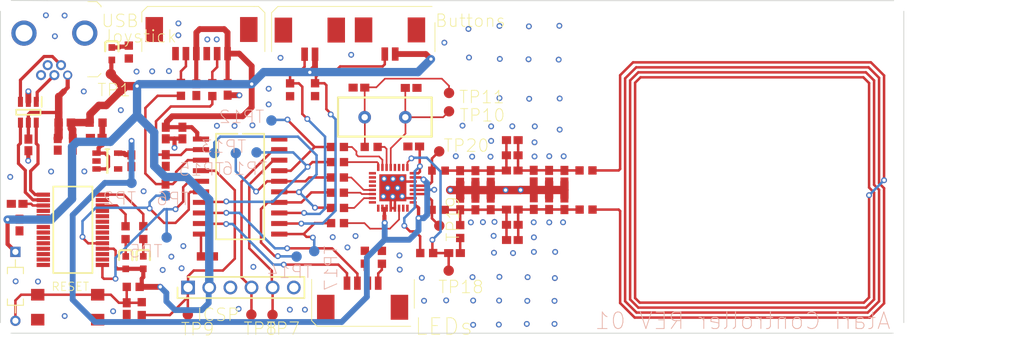
<source format=kicad_pcb>
(kicad_pcb (version 4) (host pcbnew "(2014-07-21 BZR 5016)-product")
  (layers (0 F.Cu signal) (31 B.Cu signal) (34 B.Paste user) (35 F.Paste user) (36 B.SilkS user) (37 F.SilkS user) (38 B.Mask user) (39 F.Mask user) (44 Edge.Cuts user))
  (net 0 "")
  (net 1 "Net1")
  (net 2 "NetC3_2")
  (net 3 "NetD4_1")
  (net 4 "NetJ6_4")
  (net 5 "NetJ6_3")
  (net 6 "RF_TX2")
  (net 7 "RF_TX1")
  (net 8 "RF_SCK")
  (net 9 "RF_NSS")
  (net 10 "RF_NRSTPD")
  (net 11 "RF_MOSI")
  (net 12 "RF_MISO")
  (net 13 "RF_IRQ")
  (net 14 "NetJ5_5")
  (net 15 "NetJ5_2")
  (net 16 "USB_D_P")
  (net 17 "USB_D_N")
  (net 18 "SCK")
  (net 19 "RF_OSCOUT")
  (net 20 "RF_OSCIN")
  (net 21 "NSS")
  (net 22 "NRSTPD")
  (net 23 "NetR3_2")
  (net 24 "NetR2_1")
  (net 25 "NetR1_1")
  (net 26 "MCU_LED1")
  (net 27 "MCU_LED2")
  (net 28 "NetD3_1")
  (net 29 "NetD2_1")
  (net 30 "NetC30_2")
  (net 31 "NetC24_2")
  (net 32 "NetC21_1")
  (net 33 "NetC15_2")
  (net 34 "NetC12_2")
  (net 35 "RF_VMID")
  (net 36 "RF_RX")
  (net 37 "NetC10_1")
  (net 38 "FT_3V3OUT")
  (net 39 "NetANT1_1")
  (net 40 "NetC9_2")
  (net 41 "MOSI")
  (net 42 "MISO")
  (net 43 "MCU_TX")
  (net 44 "MCU_RX")
  (net 45 "~MCLR~")
  (net 46 "Joystick_X")
  (net 47 "Joystick_Y")
  (net 48 "IRQ")
  (net 49 "ICSPDAT")
  (net 50 "ICSPCLK")
  (net 51 "GND")
  (net 52 "Conn_D_P")
  (net 53 "Conn_D_N")
  (net 54 "Button_2")
  (net 55 "Button_1")
  (net 56 "+VBUS")
  (net 57 "+5")
  (net 58 "+3V3")
  (module "MOLEX_PICOBLADE_4Pin" (layer F.Cu) (at 106.12 -58.13)
    (fp_text reference "J6" hide)
    (fp_text value "J6" (at 0 0) (layer F.SilkS) (effects (font (thickness 0.05))))
    (fp_text value "Z�suvka; kabel-pl.spoj; vidlice; PicoBlade�; 1,25mm; PIN: 4; SMT; 1A" hide)
    (pad "2" smd rect (at -0.62500 -1.45000 90) (size 1.6 0.8) (layers F.Cu) (net 27 "MCU_LED2"))
    (pad "1" smd rect (at -1.87500 -1.45000 270) (size 1.6 0.8) (layers F.Cu) (net 26 "MCU_LED1"))
    (pad "3" smd rect (at 0.62500 -1.45000 270) (size 1.6 0.8) (layers F.Cu) (net 5 "NetJ6_3"))
    (pad "4" smd rect (at 1.87500 -1.45000 270) (size 1.6 0.8) (layers F.Cu) (net 4 "NetJ6_4"))
    (pad "SH1" smd rect (at -4.42500 1.45000 90) (size 3 2.1) (layers F.Cu))
    (pad "SH2" smd rect (at 4.42500 1.45000 90) (size 3 2.1) (layers F.Cu))
  )
  (module "Molex_Picoblade_6pin" (layer F.Cu) (at 86.775 -88.64)
    (fp_text reference "J5" hide)
    (fp_text value "J5" (at 0 0) (layer F.SilkS) (effects (font (thickness 0.05))))
    (fp_text value "Z�suvka; kabel-pl.spoj; vidlice; PicoBlade�; 1,25mm; PIN: 6; SMT; 1A" hide)
    (pad "1" smd rect (at 3.12500 1.45000 180) (size 0.8 1.6) (layers F.Cu) (net 57 "+5"))
    (pad "S2" smd rect (at -5.67500 -1.45000 180) (size 2.1 3) (layers F.Cu))
    (pad "2" smd rect (at 1.87500 1.45000 180) (size 0.8 1.6) (layers F.Cu) (net 15 "NetJ5_2"))
    (pad "3" smd rect (at 0.62500 1.45000 180) (size 0.8 1.6) (layers F.Cu) (net 51 "GND"))
    (pad "4" smd rect (at -0.62500 1.45000 180) (size 0.8 1.6) (layers F.Cu) (net 57 "+5"))
    (pad "5" smd rect (at -1.87500 1.45000 180) (size 0.8 1.6) (layers F.Cu) (net 14 "NetJ5_5"))
    (pad "6" smd rect (at -3.12500 1.45000 180) (size 0.8 1.6) (layers F.Cu) (net 51 "GND"))
    (pad "S1" smd rect (at 5.67500 -1.45000 180) (size 2.1 3) (layers F.Cu))
  )
  (module "Molex_Picoblade_2pin" (layer F.Cu) (at 109.41 -88.59)
    (fp_text reference "J4" hide)
    (fp_text value "J4" (at 0 0) (layer F.SilkS) (effects (font (thickness 0.05))))
    (fp_text value "Z�suvka; kabel-pl.spoj; vidlice; PicoBlade�; 1,25mm; PIN: 2; SMT; 1A" hide)
    (pad "2" smd rect (at -0.62500 1.45000 180) (size 0.8 1.6) (layers F.Cu) (net 54 "Button_2"))
    (pad "1" smd rect (at 0.62500 1.45000 180) (size 0.8 1.6) (layers F.Cu) (net 57 "+5"))
    (pad "P2" smd rect (at -3.17500 -1.45000 180) (size 2.1 3) (layers F.Cu))
    (pad "P1" smd rect (at 3.17500 -1.45000 180) (size 2.1 3) (layers F.Cu))
  )
  (module "Molex_Picoblade_2pin" (layer F.Cu) (at 99.78 -88.57)
    (fp_text reference "J3" hide)
    (fp_text value "J3" (at 0 0) (layer F.SilkS) (effects (font (thickness 0.05))))
    (fp_text value "Z�suvka; kabel-pl.spoj; vidlice; PicoBlade�; 1,25mm; PIN: 2; SMT; 1A" hide)
    (pad "2" smd rect (at -0.62500 1.45000 180) (size 0.8 1.6) (layers F.Cu) (net 55 "Button_1"))
    (pad "1" smd rect (at 0.62500 1.45000 180) (size 0.8 1.6) (layers F.Cu) (net 57 "+5"))
    (pad "P2" smd rect (at -3.17500 -1.45000 180) (size 2.1 3) (layers F.Cu))
    (pad "P1" smd rect (at 3.17500 -1.45000 180) (size 2.1 3) (layers F.Cu))
  )
  (module "USB-B-MINI" (layer F.Cu) (at 69.1 -87.13)
    (fp_text reference "J1" hide)
    (fp_text value "J1" (at 0 0) (layer F.SilkS) (effects (font (thickness 0.05))))
    (fp_text value "" hide)
    (pad "1" thru_hole circle (at 1.60000 2.52500 180) (size 1.1 1.1) (drill 0.7) (layers *.Cu) (net 56 "+VBUS"))
    (pad "2" thru_hole circle (at 0.79999 1.32500 180) (size 1.2 1.2) (drill 0.7) (layers *.Cu) (net 53 "Conn_D_N"))
    (pad "3" thru_hole circle (at 0.00000 2.52500 180) (size 1.2 1.2) (drill 0.7) (layers *.Cu) (net 52 "Conn_D_P"))
    (pad "4" thru_hole circle (at -0.80000 1.32500 180) (size 1.2 1.2) (drill 0.7) (layers *.Cu))
    (pad "5" thru_hole circle (at -1.60001 2.52500 180) (size 1.2 1.2) (drill 0.7) (layers *.Cu) (net 51 "GND"))
    (pad "MH1" thru_hole circle (at 3.65000 -2.52500 180) (size 3.03 3.03) (drill 2.02) (layers *.Cu) (net 51 "GND"))
    (pad "MH2" thru_hole circle (at -3.65000 -2.52500 180) (size 3.03 3.03) (drill 2.02) (layers *.Cu) (net 51 "GND"))
  )
  (module "RES_0603" (layer F.Cu) (at 74.11 -78.89)
    (fp_text reference "R24" hide)
    (fp_text value "R24" (at 0 0) (layer F.SilkS) (effects (font (thickness 0.05))))
    (fp_text value "Resistor SMD 0603" hide)
    (pad "1" smd rect (at -0.77500 0.00000 90) (size 1 1) (layers F.Cu) (net 57 "+5"))
    (pad "2" smd rect (at 0.77500 0.00000 90) (size 1 1) (layers F.Cu) (net 2 "NetC3_2"))
  )
  (module "RES_0603" (layer F.Cu) (at 78.04 -87.38)
    (fp_text reference "R23" hide)
    (fp_text value "R23" (at 0 0) (layer F.SilkS) (effects (font (thickness 0.05))))
    (fp_text value "Resistor SMD 0603" hide)
    (pad "1" smd rect (at 0.00000 0.77500 180) (size 1 1) (layers F.Cu) (net 51 "GND"))
    (pad "2" smd rect (at 0.00000 -0.77500 180) (size 1 1) (layers F.Cu) (net 3 "NetD4_1"))
  )
  (module "LED_0603" (layer F.Cu) (at 76 -87.18)
    (fp_text reference "D4" hide)
    (fp_text value "D4" (at 0 0) (layer F.SilkS) (effects (font (thickness 0.05))))
    (fp_text value "LED SMD 0603" hide)
    (pad "1" smd rect (at 0.00000 -0.75000 270) (size 0.8 0.8) (layers F.Cu) (net 3 "NetD4_1"))
    (pad "2" smd rect (at 0.00000 0.75000 270) (size 0.8 0.8) (layers F.Cu) (net 57 "+5"))
  )
  (module "RFID_Antenna" (layer F.Cu) (at 172.58965 -54.42989)
    (fp_text reference "ANT1" hide)
    (fp_text value "ANT1" (at 0 0) (layer F.SilkS) (effects (font (thickness 0.05))))
    (fp_text value "Matching for MRFC522" hide)
  )
  (module "CAP_0603" (layer F.Cu) (at 130.36 -72.44)
    (fp_text reference "C29" hide)
    (fp_text value "C29" (at 0 0) (layer F.SilkS) (effects (font (thickness 0.05))))
    (fp_text value "Capacitor SMD 0603 16V" hide)
    (pad "1" smd rect (at 0.00000 -0.70000) (size 0.95 1.1) (layers F.Cu) (net 31 "NetC24_2"))
    (pad "2" smd rect (at 0.00000 0.70000) (size 0.95 1.1) (layers F.Cu) (net 51 "GND"))
  )
  (module "CAP_0603" (layer F.Cu) (at 128.52 -72.44425)
    (fp_text reference "C28" hide)
    (fp_text value "C28" (at 0 0) (layer F.SilkS) (effects (font (thickness 0.05))))
    (fp_text value "Capacitor SMD 0603 16V" hide)
    (pad "1" smd rect (at 0.00000 -0.70001) (size 0.95 1.1) (layers F.Cu) (net 31 "NetC24_2"))
    (pad "2" smd rect (at 0.00000 0.69999) (size 0.95 1.1) (layers F.Cu) (net 51 "GND"))
  )
  (module "CAP_0603" (layer F.Cu) (at 124.1 -76.79)
    (fp_text reference "C26" hide)
    (fp_text value "C26" (at 0 0) (layer F.SilkS) (effects (font (thickness 0.05))))
    (fp_text value "Capacitor SMD 0603 16V" hide)
    (pad "1" smd rect (at -0.70000 0.00000 90) (size 0.95 1.1) (layers F.Cu) (net 32 "NetC21_1"))
    (pad "2" smd rect (at 0.70000 0.00000 90) (size 0.95 1.1) (layers F.Cu) (net 31 "NetC24_2"))
  )
  (module "CAP_0603" (layer F.Cu) (at 124.09 -74.96)
    (fp_text reference "C25" hide)
    (fp_text value "C25" (at 0 0) (layer F.SilkS) (effects (font (thickness 0.05))))
    (fp_text value "Capacitor SMD 0603 16V" hide)
    (pad "1" smd rect (at -0.70000 0.00000 90) (size 0.95 1.1) (layers F.Cu) (net 32 "NetC21_1"))
    (pad "2" smd rect (at 0.70000 0.00000 90) (size 0.95 1.1) (layers F.Cu) (net 31 "NetC24_2"))
  )
  (module "CAP_0603" (layer F.Cu) (at 121.51 -72.42)
    (fp_text reference "C23" hide)
    (fp_text value "C23" (at 0 0) (layer F.SilkS) (effects (font (thickness 0.05))))
    (fp_text value "Capacitor SMD 0603 16V" hide)
    (pad "1" smd rect (at 0.00000 -0.70000) (size 0.95 1.1) (layers F.Cu) (net 32 "NetC21_1"))
    (pad "2" smd rect (at 0.00000 0.70000) (size 0.95 1.1) (layers F.Cu) (net 51 "GND"))
  )
  (module "CAP_0603" (layer F.Cu) (at 119.67 -72.41)
    (fp_text reference "C22" hide)
    (fp_text value "C22" (at 0 0) (layer F.SilkS) (effects (font (thickness 0.05))))
    (fp_text value "Capacitor SMD 0603 16V" hide)
    (pad "1" smd rect (at 0.00000 -0.70000) (size 0.95 1.1) (layers F.Cu) (net 32 "NetC21_1"))
    (pad "2" smd rect (at 0.00000 0.70000) (size 0.95 1.1) (layers F.Cu) (net 51 "GND"))
  )
  (module "CAP_0603" (layer F.Cu) (at 130.36 -69.13)
    (fp_text reference "C20" hide)
    (fp_text value "C20" (at 0 0) (layer F.SilkS) (effects (font (thickness 0.05))))
    (fp_text value "Capacitor SMD 0603 16V" hide)
    (pad "1" smd rect (at 0.00000 -0.70000) (size 0.95 1.1) (layers F.Cu) (net 51 "GND"))
    (pad "2" smd rect (at 0.00000 0.70000) (size 0.95 1.1) (layers F.Cu) (net 33 "NetC15_2"))
  )
  (module "CAP_0603" (layer F.Cu) (at 128.52 -69.14)
    (fp_text reference "C19" hide)
    (fp_text value "C19" (at 0 0) (layer F.SilkS) (effects (font (thickness 0.05))))
    (fp_text value "Capacitor SMD 0603 16V" hide)
    (pad "1" smd rect (at 0.00000 -0.70000) (size 0.95 1.1) (layers F.Cu) (net 51 "GND"))
    (pad "2" smd rect (at 0.00000 0.70000) (size 0.95 1.1) (layers F.Cu) (net 33 "NetC15_2"))
  )
  (module "CAP_0603" (layer F.Cu) (at 124.11 -64.77)
    (fp_text reference "C17" hide)
    (fp_text value "C17" (at 0 0) (layer F.SilkS) (effects (font (thickness 0.05))))
    (fp_text value "Capacitor SMD 0603 16V" hide)
    (pad "1" smd rect (at -0.70000 0.00000 90) (size 0.95 1.1) (layers F.Cu) (net 34 "NetC12_2"))
    (pad "2" smd rect (at 0.70000 0.00000 90) (size 0.95 1.1) (layers F.Cu) (net 33 "NetC15_2"))
  )
  (module "CAP_0603" (layer F.Cu) (at 124.1 -66.6)
    (fp_text reference "C16" hide)
    (fp_text value "C16" (at 0 0) (layer F.SilkS) (effects (font (thickness 0.05))))
    (fp_text value "Capacitor SMD 0603 16V" hide)
    (pad "1" smd rect (at -0.70000 0.00000 90) (size 0.95 1.1) (layers F.Cu) (net 34 "NetC12_2"))
    (pad "2" smd rect (at 0.70000 0.00000 90) (size 0.95 1.1) (layers F.Cu) (net 33 "NetC15_2"))
  )
  (module "CAP_0603" (layer F.Cu) (at 121.51 -69.11574)
    (fp_text reference "C14" hide)
    (fp_text value "C14" (at 0 0) (layer F.SilkS) (effects (font (thickness 0.05))))
    (fp_text value "Capacitor SMD 0603 16V" hide)
    (pad "1" smd rect (at 0.00000 -0.70001) (size 0.95 1.1) (layers F.Cu) (net 51 "GND"))
    (pad "2" smd rect (at 0.00000 0.69999) (size 0.95 1.1) (layers F.Cu) (net 34 "NetC12_2"))
  )
  (module "CAP_0603" (layer F.Cu) (at 119.67 -69.10574)
    (fp_text reference "C13" hide)
    (fp_text value "C13" (at 0 0) (layer F.SilkS) (effects (font (thickness 0.05))))
    (fp_text value "Capacitor SMD 0603 16V" hide)
    (pad "1" smd rect (at 0.00000 -0.70001) (size 0.95 1.1) (layers F.Cu) (net 51 "GND"))
    (pad "2" smd rect (at 0.00000 0.69999) (size 0.95 1.1) (layers F.Cu) (net 34 "NetC12_2"))
  )
  (module "CAP_0603" (layer F.Cu) (at 64.91 -66.57)
    (fp_text reference "C35" hide)
    (fp_text value "C35" (at 0 0) (layer F.SilkS) (effects (font (thickness 0.05))))
    (fp_text value "Capacitor SMD 0603 10V" hide)
    (pad "1" smd rect (at 0.00000 0.70000 180) (size 0.95 1.1) (layers F.Cu) (net 51 "GND"))
    (pad "2" smd rect (at 0.00000 -0.70000 180) (size 0.95 1.1) (layers F.Cu) (net 57 "+5"))
  )
  (module "Pad_2.5mm" (layer F.Cu) (at 115.32 -75.43)
    (fp_text reference "TP20" hide)
    (fp_text value "TP20" (at 0 0) (layer F.SilkS) (effects (font (thickness 0.05))))
    (fp_text value "TestPoint" hide)
    (pad "1" smd circle (at 0.00000 0.00000 90) (size 1.25 1.25) (layers F.Cu) (net 6 "RF_TX2"))
  )
  (module "Pad_2.5mm" (layer F.Cu) (at 115.33 -66.49)
    (fp_text reference "TP19" hide)
    (fp_text value "TP19" (at 0 0) (layer F.SilkS) (effects (font (thickness 0.05))))
    (fp_text value "TestPoint" hide)
    (pad "1" smd circle (at 0.00000 0.00000 90) (size 1.25 1.25) (layers F.Cu) (net 7 "RF_TX1"))
  )
  (module "Pad_2.5mm" (layer F.Cu) (at 116.46 -61.09)
    (fp_text reference "TP18" hide)
    (fp_text value "TP18" (at 0 0) (layer F.SilkS) (effects (font (thickness 0.05))))
    (fp_text value "TestPoint" hide)
    (pad "1" smd circle (at 0.00000 0.00000 90) (size 1.25 1.25) (layers F.Cu) (net 36 "RF_RX"))
  )
  (module "Pad_2.5mm" (layer B.Cu) (at 100.31 -63.43)
    (fp_text reference "TP17" hide)
    (fp_text value "TP17" (at 0 0) (layer F.SilkS) (effects (font (thickness 0.05))))
    (fp_text value "TestPoint" hide)
    (pad "1" smd circle (at 0.00000 0.00000 90) (size 1.25 1.25) (layers B.Cu) (net 22 "NRSTPD"))
  )
  (module "Pad_2.5mm" (layer B.Cu) (at 93.38 -75.31)
    (fp_text reference "TP16" hide)
    (fp_text value "TP16" (at 0 0) (layer F.SilkS) (effects (font (thickness 0.05))))
    (fp_text value "TestPoint" hide)
    (pad "1" smd circle (at 0.00000 0.00000 90) (size 1.25 1.25) (layers B.Cu) (net 21 "NSS"))
  )
  (module "Pad_2.5mm" (layer B.Cu) (at 88.31 -75.24)
    (fp_text reference "TP15" hide)
    (fp_text value "TP15" (at 0 0) (layer F.SilkS) (effects (font (thickness 0.05))))
    (fp_text value "TestPoint" hide)
    (pad "1" smd circle (at 0.00000 0.00000 90) (size 1.25 1.25) (layers B.Cu) (net 42 "MISO"))
  )
  (module "Pad_2.5mm" (layer B.Cu) (at 98.19 -62.78)
    (fp_text reference "TP14" hide)
    (fp_text value "TP14" (at 0 0) (layer F.SilkS) (effects (font (thickness 0.05))))
    (fp_text value "TestPoint" hide)
    (pad "1" smd circle (at 0.00000 0.00000 90) (size 1.25 1.25) (layers B.Cu) (net 41 "MOSI"))
  )
  (module "Pad_2.5mm" (layer B.Cu) (at 90.89 -75.22)
    (fp_text reference "TP13" hide)
    (fp_text value "TP13" (at 0 0) (layer F.SilkS) (effects (font (thickness 0.05))))
    (fp_text value "TestPoint" hide)
    (pad "1" smd circle (at 0.00000 0.00000 90) (size 1.25 1.25) (layers B.Cu) (net 18 "SCK"))
  )
  (module "Pad_2.5mm" (layer B.Cu) (at 95.17 -79.15)
    (fp_text reference "TP12" hide)
    (fp_text value "TP12" (at 0 0) (layer F.SilkS) (effects (font (thickness 0.05))))
    (fp_text value "TestPoint" hide)
    (pad "1" smd circle (at 0.00000 0.00000 90) (size 1.25 1.25) (layers B.Cu) (net 48 "IRQ"))
  )
  (module "Pad_2.5mm" (layer F.Cu) (at 116.5 -82.46)
    (fp_text reference "TP11" hide)
    (fp_text value "TP11" (at 0 0) (layer F.SilkS) (effects (font (thickness 0.05))))
    (fp_text value "TestPoint" hide)
    (pad "1" smd circle (at 0.00000 0.00000) (size 1.25 1.25) (layers F.Cu) (net 40 "NetC9_2"))
  )
  (module "Pad_2.5mm" (layer F.Cu) (at 116.5 -80.25)
    (fp_text reference "TP10" hide)
    (fp_text value "TP10" (at 0 0) (layer F.SilkS) (effects (font (thickness 0.05))))
    (fp_text value "TestPoint" hide)
    (pad "1" smd circle (at 0.00000 0.00000) (size 1.25 1.25) (layers F.Cu) (net 20 "RF_OSCIN"))
  )
  (module "Pad_2.5mm" (layer F.Cu) (at 85.13 -55.8)
    (fp_text reference "TP9" hide)
    (fp_text value "TP9" (at 0 0) (layer F.SilkS) (effects (font (thickness 0.05))))
    (fp_text value "TestPoint" hide)
    (pad "1" smd circle (at 0.00000 0.00000 90) (size 1.25 1.25) (layers F.Cu) (net 45 "~MCLR~"))
  )
  (module "Pad_2.5mm" (layer F.Cu) (at 92.76 -55.8)
    (fp_text reference "TP8" hide)
    (fp_text value "TP8" (at 0 0) (layer F.SilkS) (effects (font (thickness 0.05))))
    (fp_text value "TestPoint" hide)
    (pad "1" smd circle (at 0.00000 0.00000 90) (size 1.25 1.25) (layers F.Cu) (net 49 "ICSPDAT"))
  )
  (module "Pad_2.5mm" (layer F.Cu) (at 95.3 -55.77)
    (fp_text reference "TP7" hide)
    (fp_text value "TP7" (at 0 0) (layer F.SilkS) (effects (font (thickness 0.05))))
    (fp_text value "TestPoint" hide)
    (pad "1" smd circle (at 0.00000 0.00000 90) (size 1.25 1.25) (layers F.Cu) (net 50 "ICSPCLK"))
  )
  (module "Pad_2.5mm" (layer B.Cu) (at 82.45 -70.1)
    (fp_text reference "TP6" hide)
    (fp_text value "TP6" (at 0 0) (layer F.SilkS) (effects (font (thickness 0.05))))
    (fp_text value "TestPoint" hide)
    (pad "1" smd circle (at 0.00000 0.00000 90) (size 1.25 1.25) (layers B.Cu) (net 43 "MCU_TX"))
  )
  (module "Pad_2.5mm" (layer B.Cu) (at 82.59 -65.08)
    (fp_text reference "TP5" hide)
    (fp_text value "TP5" (at 0 0) (layer F.SilkS) (effects (font (thickness 0.05))))
    (fp_text value "TestPoint" hide)
    (pad "1" smd circle (at 0.00000 0.00000 90) (size 1.25 1.25) (layers B.Cu) (net 44 "MCU_RX"))
  )
  (module "Pad_2.5mm" (layer B.Cu) (at 78.36524 -71.64523)
    (fp_text reference "TP2" hide)
    (fp_text value "TP2" (at 0 0) (layer F.SilkS) (effects (font (thickness 0.05))))
    (fp_text value "TestPoint" hide)
    (pad "1" smd circle (at 0.00000 0.00000 90) (size 1.25 1.25) (layers B.Cu) (net 58 "+3V3"))
  )
  (module "Pad_2.5mm" (layer B.Cu) (at 75.89 -84.74)
    (fp_text reference "TP1" hide)
    (fp_text value "TP1" (at 0 0) (layer F.SilkS) (effects (font (thickness 0.05))))
    (fp_text value "TestPoint" hide)
    (pad "1" smd circle (at 0.00000 0.00000 90) (size 1.25 1.25) (layers F.Cu) (net 57 "+5"))
  )
  (module "RES_0603" (layer F.Cu) (at 103.11 -66.8)
    (fp_text reference "R22" hide)
    (fp_text value "R22" (at 0 0) (layer F.SilkS) (effects (font (thickness 0.05))))
    (fp_text value "Resistor SMD 0603" hide)
    (pad "1" smd rect (at 0.77500 0.00000 270) (size 1 1) (layers F.Cu) (net 10 "RF_NRSTPD"))
    (pad "2" smd rect (at -0.77500 0.00000 270) (size 1 1) (layers F.Cu) (net 22 "NRSTPD"))
  )
  (module "RES_0603" (layer F.Cu) (at 103.11 -74.14)
    (fp_text reference "R21" hide)
    (fp_text value "R21" (at 0 0) (layer F.SilkS) (effects (font (thickness 0.05))))
    (fp_text value "Resistor SMD 0603" hide)
    (pad "1" smd rect (at -0.77500 0.00000 90) (size 1 1) (layers F.Cu) (net 21 "NSS"))
    (pad "2" smd rect (at 0.77500 0.00000 90) (size 1 1) (layers F.Cu) (net 9 "RF_NSS"))
  )
  (module "RES_0603" (layer F.Cu) (at 103.11 -68.63)
    (fp_text reference "R20" hide)
    (fp_text value "R20" (at 0 0) (layer F.SilkS) (effects (font (thickness 0.05))))
    (fp_text value "Resistor SMD 0603" hide)
    (pad "1" smd rect (at -0.77500 0.00000 90) (size 1 1) (layers F.Cu) (net 42 "MISO"))
    (pad "2" smd rect (at 0.77500 0.00000 90) (size 1 1) (layers F.Cu) (net 12 "RF_MISO"))
  )
  (module "RES_0603" (layer F.Cu) (at 103.1 -70.46)
    (fp_text reference "R19" hide)
    (fp_text value "R19" (at 0 0) (layer F.SilkS) (effects (font (thickness 0.05))))
    (fp_text value "Resistor SMD 0603" hide)
    (pad "1" smd rect (at -0.77500 0.00000 90) (size 1 1) (layers F.Cu) (net 41 "MOSI"))
    (pad "2" smd rect (at 0.77500 0.00000 90) (size 1 1) (layers F.Cu) (net 11 "RF_MOSI"))
  )
  (module "RES_0603" (layer F.Cu) (at 103.1 -72.29)
    (fp_text reference "R18" hide)
    (fp_text value "R18" (at 0 0) (layer F.SilkS) (effects (font (thickness 0.05))))
    (fp_text value "Resistor SMD 0603" hide)
    (pad "1" smd rect (at -0.77500 0.00000 90) (size 1 1) (layers F.Cu) (net 18 "SCK"))
    (pad "2" smd rect (at 0.77500 0.00000 90) (size 1 1) (layers F.Cu) (net 8 "RF_SCK"))
  )
  (module "RES_0603" (layer F.Cu) (at 103.1 -75.96)
    (fp_text reference "R17" hide)
    (fp_text value "R17" (at 0 0) (layer F.SilkS) (effects (font (thickness 0.05))))
    (fp_text value "Resistor SMD 0603" hide)
    (pad "1" smd rect (at -0.77500 0.00000 90) (size 1 1) (layers F.Cu) (net 48 "IRQ"))
    (pad "2" smd rect (at 0.77500 0.00000 90) (size 1 1) (layers F.Cu) (net 13 "RF_IRQ"))
  )
  (module "CAP_0603" (layer F.Cu) (at 65.98 -76.21)
    (fp_text reference "C36" hide)
    (fp_text value "C36" (at 0 0) (layer F.SilkS) (effects (font (thickness 0.05))))
    (fp_text value "Capacitor SMD 0603 16V" hide)
    (pad "1" smd rect (at 0.00000 0.70000 180) (size 0.95 1.1) (layers F.Cu) (net 51 "GND"))
    (pad "2" smd rect (at 0.00000 -0.70000 180) (size 0.95 1.1) (layers F.Cu) (net 56 "+VBUS"))
  )
  (module "CAP_0603" (layer F.Cu) (at 89.91 -82.89224)
    (fp_text reference "C34" hide)
    (fp_text value "C34" (at 0 0) (layer F.SilkS) (effects (font (thickness 0.05))))
    (fp_text value "Capacitor SMD 0603 16V" hide)
    (pad "2" smd rect (at 0.00000 -0.70000 180) (size 0.95 1.1) (layers F.Cu) (net 57 "+5"))
    (pad "1" smd rect (at 0.00000 0.70000 180) (size 0.95 1.1) (layers F.Cu) (net 51 "GND"))
  )
  (module "CAP_0603" (layer F.Cu) (at 86.15 -82.85)
    (fp_text reference "C33" hide)
    (fp_text value "C33" (at 0 0) (layer F.SilkS) (effects (font (thickness 0.05))))
    (fp_text value "Capacitor SMD 0603 16V" hide)
    (pad "2" smd rect (at 0.00000 -0.70000 180) (size 0.95 1.1) (layers F.Cu) (net 57 "+5"))
    (pad "1" smd rect (at 0.00000 0.70000 180) (size 0.95 1.1) (layers F.Cu) (net 51 "GND"))
  )
  (module "1N4148" (layer F.Cu) (at 64.42 -59.2)
    (fp_text reference "D7" hide)
    (fp_text value "D7" (at 0 0) (layer F.SilkS) (effects (font (thickness 0.05))))
    (fp_text value "THT; 100V; 0,2A; Ifsm: 1A; DO35; Ufmax: 1V; 4ns" hide)
    (pad "1" thru_hole rect (at 0.00000 -4.14600 270) (size 1.238 1.238) (drill 0.73) (layers *.Cu) (net 57 "+5"))
    (pad "2" thru_hole circle (at 0.00000 4.14600 270) (size 1.238 1.238) (drill 0.73) (layers *.Cu) (net 30 "NetC30_2"))
  )
  (module "SOP20" (layer F.Cu) (at 91.41 -71.2)
    (fp_text reference "U2" hide)
    (fp_text value "U2" (at 0 0) (layer F.SilkS) (effects (font (thickness 0.05))))
    (fp_text value "PIC18F04/05/14/15Q40 14/20-Pin, Low-Power, High-Performance Microcontroller" hide)
    (pad "1" smd rect (at -4.70000 -5.71500) (size 1.95 0.6) (layers F.Cu) (net 57 "+5"))
    (pad "2" smd rect (at -4.70000 -4.44500) (size 1.95 0.6) (layers F.Cu) (net 47 "Joystick_Y"))
    (pad "3" smd rect (at -4.70000 -3.17500) (size 1.95 0.6) (layers F.Cu) (net 46 "Joystick_X"))
    (pad "4" smd rect (at -4.70000 -1.90500) (size 1.95 0.6) (layers F.Cu) (net 45 "~MCLR~"))
    (pad "5" smd rect (at -4.70000 -0.63500) (size 1.95 0.6) (layers F.Cu) (net 44 "MCU_RX"))
    (pad "6" smd rect (at -4.70000 0.63500) (size 1.95 0.6) (layers F.Cu) (net 43 "MCU_TX"))
    (pad "7" smd rect (at -4.70000 1.90500) (size 1.95 0.6) (layers F.Cu) (net 21 "NSS"))
    (pad "8" smd rect (at -4.70000 3.17500) (size 1.95 0.6) (layers F.Cu) (net 27 "MCU_LED2"))
    (pad "9" smd rect (at -4.70000 4.44500) (size 1.95 0.6) (layers F.Cu) (net 26 "MCU_LED1"))
    (pad "10" smd rect (at -4.70000 5.71500) (size 1.95 0.6) (layers F.Cu) (net 23 "NetR3_2"))
    (pad "20" smd rect (at 4.70000 -5.71500) (size 1.95 0.6) (layers F.Cu) (net 51 "GND"))
    (pad "19" smd rect (at 4.70000 -4.44500) (size 1.95 0.6) (layers F.Cu) (net 49 "ICSPDAT"))
    (pad "18" smd rect (at 4.70000 -3.17500) (size 1.95 0.6) (layers F.Cu) (net 50 "ICSPCLK"))
    (pad "17" smd rect (at 4.70000 -1.90500) (size 1.95 0.6) (layers F.Cu) (net 48 "IRQ"))
    (pad "16" smd rect (at 4.70000 -0.63500) (size 1.95 0.6) (layers F.Cu) (net 18 "SCK"))
    (pad "15" smd rect (at 4.70000 0.63500) (size 1.95 0.6) (layers F.Cu) (net 42 "MISO"))
    (pad "14" smd rect (at 4.70000 1.90500) (size 1.95 0.6) (layers F.Cu) (net 41 "MOSI"))
    (pad "13" smd rect (at 4.70000 3.17500) (size 1.95 0.6) (layers F.Cu) (net 55 "Button_1"))
    (pad "12" smd rect (at 4.70000 4.44500) (size 1.95 0.6) (layers F.Cu) (net 54 "Button_2"))
    (pad "11" smd rect (at 4.70000 5.71500) (size 1.95 0.6) (layers F.Cu) (net 22 "NRSTPD"))
  )
  (module "PQFN50P500X500X100_HS-33N" (layer F.Cu) (at 109.75 -71.05)
    (fp_text reference "U4" hide)
    (fp_text value "U4" (at 0 0) (layer F.SilkS) (effects (font (thickness 0.05))))
    (fp_text value "NFC/RFID Tags & Transponders Standard performance MIFARE and NTAG frontend" hide)
    (pad "1" smd rect (at -1.75000 2.45000 90) (size 0.85 0.3) (layers F.Cu))
    (pad "2" smd rect (at -1.25000 2.45000 90) (size 0.85 0.3) (layers F.Cu) (net 58 "+3V3"))
    (pad "3" smd rect (at -0.75000 2.45000 90) (size 0.85 0.3) (layers F.Cu) (net 58 "+3V3"))
    (pad "4" smd rect (at -0.25000 2.45000 90) (size 0.85 0.3) (layers F.Cu) (net 51 "GND"))
    (pad "5" smd rect (at 0.25000 2.45000 90) (size 0.85 0.3) (layers F.Cu) (net 51 "GND"))
    (pad "6" smd rect (at 0.75000 2.45000 90) (size 0.85 0.3) (layers F.Cu) (net 10 "RF_NRSTPD"))
    (pad "7" smd rect (at 1.25000 2.45000 90) (size 0.85 0.3) (layers F.Cu))
    (pad "8" smd rect (at 1.75000 2.45000 90) (size 0.85 0.3) (layers F.Cu))
    (pad "9" smd rect (at 2.45000 1.75000 180) (size 0.85 0.3) (layers F.Cu) (net 58 "+3V3"))
    (pad "10" smd rect (at 2.45000 1.25000 180) (size 0.85 0.3) (layers F.Cu) (net 51 "GND"))
    (pad "11" smd rect (at 2.45000 0.75000 180) (size 0.85 0.3) (layers F.Cu) (net 7 "RF_TX1"))
    (pad "12" smd rect (at 2.45000 0.25000 180) (size 0.85 0.3) (layers F.Cu) (net 58 "+3V3"))
    (pad "13" smd rect (at 2.45000 -0.25000 180) (size 0.85 0.3) (layers F.Cu) (net 6 "RF_TX2"))
    (pad "14" smd rect (at 2.45000 -0.75000 180) (size 0.85 0.3) (layers F.Cu) (net 51 "GND"))
    (pad "15" smd rect (at 2.45000 -1.25000 180) (size 0.85 0.3) (layers F.Cu) (net 58 "+3V3"))
    (pad "16" smd rect (at 2.45000 -1.75000 180) (size 0.85 0.3) (layers F.Cu) (net 35 "RF_VMID"))
    (pad "17" smd rect (at 1.75000 -2.45000 90) (size 0.85 0.3) (layers F.Cu) (net 36 "RF_RX"))
    (pad "18" smd rect (at 1.25000 -2.45000 90) (size 0.85 0.3) (layers F.Cu) (net 51 "GND"))
    (pad "19" smd rect (at 0.75000 -2.45000 90) (size 0.85 0.3) (layers F.Cu))
    (pad "20" smd rect (at 0.25000 -2.45000 90) (size 0.85 0.3) (layers F.Cu))
    (pad "21" smd rect (at -0.25000 -2.45000 90) (size 0.85 0.3) (layers F.Cu) (net 20 "RF_OSCIN"))
    (pad "22" smd rect (at -0.75000 -2.45000 90) (size 0.85 0.3) (layers F.Cu) (net 19 "RF_OSCOUT"))
    (pad "23" smd rect (at -1.25000 -2.45000 90) (size 0.85 0.3) (layers F.Cu) (net 13 "RF_IRQ"))
    (pad "24" smd rect (at -1.75000 -2.45000 90) (size 0.85 0.3) (layers F.Cu) (net 9 "RF_NSS"))
    (pad "25" smd rect (at -2.45000 -1.75000 180) (size 0.85 0.3) (layers F.Cu))
    (pad "26" smd rect (at -2.45000 -1.25000 180) (size 0.85 0.3) (layers F.Cu))
    (pad "27" smd rect (at -2.45000 -0.75000 180) (size 0.85 0.3) (layers F.Cu))
    (pad "28" smd rect (at -2.45000 -0.25000 180) (size 0.85 0.3) (layers F.Cu))
    (pad "29" smd rect (at -2.45000 0.25000 180) (size 0.85 0.3) (layers F.Cu) (net 8 "RF_SCK"))
    (pad "30" smd rect (at -2.45000 0.75000 180) (size 0.85 0.3) (layers F.Cu) (net 11 "RF_MOSI"))
    (pad "31" smd rect (at -2.45000 1.25000 180) (size 0.85 0.3) (layers F.Cu) (net 12 "RF_MISO"))
    (pad "32" smd rect (at -2.45000 1.75000 180) (size 0.85 0.3) (layers F.Cu))
    (pad "33" smd rect (at 0.00000 0.00000 180) (size 3.25 3.25) (layers F.Cu) (net 51 "GND"))
  )
  (module "SOP65P780X200-28N" (layer F.Cu) (at 71.32 -66)
    (fp_text reference "U3" hide)
    (fp_text value "U3" (at 0 0) (layer F.SilkS) (effects (font (thickness 0.05))))
    (fp_text value "USB Interface IC USB Full Speed to Serial UART IC, Includes Oscillator and EEPROM, SSOP-28" hide)
    (pad "1" smd rect (at 3.55000 4.22500 270) (size 0.5 1.6) (layers F.Cu) (net 44 "MCU_RX"))
    (pad "2" smd rect (at 3.55000 3.57500 270) (size 0.5 1.6) (layers F.Cu))
    (pad "3" smd rect (at 3.55000 2.92500 270) (size 0.5 1.6) (layers F.Cu))
    (pad "4" smd rect (at 3.55000 2.27500 270) (size 0.5 1.6) (layers F.Cu) (net 57 "+5"))
    (pad "5" smd rect (at 3.55000 1.62500 270) (size 0.5 1.6) (layers F.Cu) (net 43 "MCU_TX"))
    (pad "6" smd rect (at 3.55000 0.97500 270) (size 0.5 1.6) (layers F.Cu))
    (pad "7" smd rect (at 3.55000 0.32500 270) (size 0.5 1.6) (layers F.Cu) (net 51 "GND"))
    (pad "8" smd rect (at 3.55000 -0.32500 270) (size 0.5 1.6) (layers F.Cu))
    (pad "9" smd rect (at 3.55000 -0.97500 270) (size 0.5 1.6) (layers F.Cu))
    (pad "10" smd rect (at 3.55000 -1.62500 270) (size 0.5 1.6) (layers F.Cu))
    (pad "11" smd rect (at 3.55000 -2.27500 270) (size 0.5 1.6) (layers F.Cu))
    (pad "12" smd rect (at 3.55000 -2.92500 270) (size 0.5 1.6) (layers F.Cu) (net 24 "NetR2_1"))
    (pad "13" smd rect (at 3.55000 -3.57500 270) (size 0.5 1.6) (layers F.Cu))
    (pad "14" smd rect (at 3.55000 -4.22500 270) (size 0.5 1.6) (layers F.Cu) (net 25 "NetR1_1"))
    (pad "28" smd rect (at -3.55000 4.22500 270) (size 0.5 1.6) (layers F.Cu))
    (pad "27" smd rect (at -3.55000 3.57500 270) (size 0.5 1.6) (layers F.Cu))
    (pad "26" smd rect (at -3.55000 2.92500 270) (size 0.5 1.6) (layers F.Cu) (net 51 "GND"))
    (pad "25" smd rect (at -3.55000 2.27500 270) (size 0.5 1.6) (layers F.Cu) (net 51 "GND"))
    (pad "24" smd rect (at -3.55000 1.62500 270) (size 0.5 1.6) (layers F.Cu))
    (pad "23" smd rect (at -3.55000 0.97500 270) (size 0.5 1.6) (layers F.Cu))
    (pad "22" smd rect (at -3.55000 0.32500 270) (size 0.5 1.6) (layers F.Cu))
    (pad "21" smd rect (at -3.55000 -0.32500 270) (size 0.5 1.6) (layers F.Cu) (net 51 "GND"))
    (pad "20" smd rect (at -3.55000 -0.97500 270) (size 0.5 1.6) (layers F.Cu) (net 57 "+5"))
    (pad "19" smd rect (at -3.55000 -1.62500 270) (size 0.5 1.6) (layers F.Cu))
    (pad "18" smd rect (at -3.55000 -2.27500 270) (size 0.5 1.6) (layers F.Cu) (net 51 "GND"))
    (pad "17" smd rect (at -3.55000 -2.92500 270) (size 0.5 1.6) (layers F.Cu) (net 38 "FT_3V3OUT"))
    (pad "16" smd rect (at -3.55000 -3.57500 270) (size 0.5 1.6) (layers F.Cu) (net 17 "USB_D_N"))
    (pad "15" smd rect (at -3.55000 -4.22500 270) (size 0.5 1.6) (layers F.Cu) (net 16 "USB_D_P"))
  )
  (module "SOT-23-5" (layer F.Cu) (at 75.46 -74.27)
    (fp_text reference "U1" hide)
    (fp_text value "U1" (at 0 0) (layer F.SilkS) (effects (font (thickness 0.05))))
    (fp_text value "LDO regulator 3.3V" hide)
    (pad "1" smd rect (at -1.30000 -0.95000) (size 1 0.66) (layers F.Cu) (net 2 "NetC3_2"))
    (pad "2" smd rect (at -1.30000 0.00000) (size 1 0.66) (layers F.Cu) (net 51 "GND"))
    (pad "3" smd rect (at -1.30000 0.95000) (size 1 0.66) (layers F.Cu) (net 2 "NetC3_2"))
    (pad "5" smd rect (at 1.30000 -0.95000) (size 1 0.66) (layers F.Cu) (net 58 "+3V3"))
    (pad "4" smd rect (at 1.30000 0.95000) (size 1 0.66) (layers F.Cu))
  )
  (module "Tactile_Switch_4.5x4.5" (layer F.Cu) (at 70.7 -56.69)
    (fp_text reference "SW1" hide)
    (fp_text value "SW1" (at 0 0) (layer F.SilkS) (effects (font (thickness 0.05))))
    (fp_text value "SPST-NO Tactile Switch 4.5x4.5" hide)
    (pad "1" smd rect (at -3.60000 1.50000) (size 1.6 1.4) (layers F.Cu) (net 51 "GND"))
    (pad "2" smd rect (at -3.60000 -1.50000) (size 1.6 1.4) (layers F.Cu) (net 30 "NetC30_2"))
    (pad "1" smd rect (at 3.60000 1.50000) (size 1.6 1.4) (layers F.Cu) (net 51 "GND"))
    (pad "2" smd rect (at 3.60000 -1.50000) (size 1.6 1.4) (layers F.Cu) (net 30 "NetC30_2"))
  )
  (module "RES_0603" (layer F.Cu) (at 88.07 -82.86)
    (fp_text reference "R16" hide)
    (fp_text value "R16" (at 0 0) (layer F.SilkS) (effects (font (thickness 0.05))))
    (fp_text value "Resistor SMD 0603" hide)
    (pad "2" smd rect (at 0.00000 -0.77500 180) (size 1 1) (layers F.Cu) (net 15 "NetJ5_2"))
    (pad "1" smd rect (at 0.00000 0.77500 180) (size 1 1) (layers F.Cu) (net 47 "Joystick_Y"))
  )
  (module "RES_0603" (layer F.Cu) (at 84.30149 -82.89)
    (fp_text reference "R15" hide)
    (fp_text value "R15" (at 0 0) (layer F.SilkS) (effects (font (thickness 0.05))))
    (fp_text value "Resistor SMD 0603" hide)
    (pad "2" smd rect (at 0.00000 -0.77500 180) (size 1 1) (layers F.Cu) (net 14 "NetJ5_5"))
    (pad "1" smd rect (at 0.00000 0.77500 180) (size 1 1) (layers F.Cu) (net 46 "Joystick_X"))
  )
  (module "RES_0603" (layer F.Cu) (at 79.59425 -56.52)
    (fp_text reference "R14" hide)
    (fp_text value "R14" (at 0 0) (layer F.SilkS) (effects (font (thickness 0.05))))
    (fp_text value "Resistor SMD 0603" hide)
    (pad "1" smd rect (at 0.00000 0.77500 180) (size 1 1) (layers F.Cu) (net 45 "~MCLR~"))
    (pad "2" smd rect (at 0.00000 -0.77500 180) (size 1 1) (layers F.Cu) (net 30 "NetC30_2"))
  )
  (module "RES_0603" (layer F.Cu) (at 78.57 -59.13425)
    (fp_text reference "R13" hide)
    (fp_text value "R13" (at 0 0) (layer F.SilkS) (effects (font (thickness 0.05))))
    (fp_text value "Resistor SMD 0603" hide)
    (pad "1" smd rect (at -0.77500 0.00000 90) (size 1 1) (layers F.Cu) (net 30 "NetC30_2"))
    (pad "2" smd rect (at 0.77500 0.00000 90) (size 1 1) (layers F.Cu) (net 57 "+5"))
  )
  (module "RES_0603" (layer F.Cu) (at 132.95 -73.14)
    (fp_text reference "R12" hide)
    (fp_text value "R12" (at 0 0) (layer F.SilkS) (effects (font (thickness 0.05))))
    (fp_text value "Resistor SMD 0603" hide)
    (pad "2" smd rect (at 0.77500 0.00000 90) (size 1 1) (layers F.Cu) (net 39 "NetANT1_1"))
    (pad "1" smd rect (at -0.77500 0.00000 90) (size 1 1) (layers F.Cu) (net 31 "NetC24_2"))
  )
  (module "RES_0603" (layer F.Cu) (at 132.96 -68.43)
    (fp_text reference "R11" hide)
    (fp_text value "R11" (at 0 0) (layer F.SilkS) (effects (font (thickness 0.05))))
    (fp_text value "Resistor SMD 0603" hide)
    (pad "2" smd rect (at -0.77500 0.00000 270) (size 1 1) (layers F.Cu) (net 33 "NetC15_2"))
    (pad "1" smd rect (at 0.77500 0.00000 270) (size 1 1) (layers F.Cu) (net 39 "NetANT1_1"))
  )
  (module "RES_0603" (layer F.Cu) (at 117.84 -65.785)
    (fp_text reference "R10" hide)
    (fp_text value "R10" (at 0 0) (layer F.SilkS) (effects (font (thickness 0.05))))
    (fp_text value "Resistor SMD 0603" hide)
    (pad "2" smd rect (at 0.00000 0.77500) (size 1 1) (layers F.Cu) (net 37 "NetC10_1"))
    (pad "1" smd rect (at 0.00000 -0.77500) (size 1 1) (layers F.Cu) (net 34 "NetC12_2"))
  )
  (module "RES_0603" (layer F.Cu) (at 113.82 -63.2)
    (fp_text reference "R9" hide)
    (fp_text value "R9" (at 0 0) (layer F.SilkS) (effects (font (thickness 0.05))))
    (fp_text value "Resistor SMD 0603" hide)
    (pad "2" smd rect (at 0.77500 0.00000 90) (size 1 1) (layers F.Cu) (net 36 "RF_RX"))
    (pad "1" smd rect (at -0.77500 0.00000 90) (size 1 1) (layers F.Cu) (net 35 "RF_VMID"))
  )
  (module "RES_0603" (layer F.Cu) (at 107.15 -75.97)
    (fp_text reference "R8" hide)
    (fp_text value "R8" (at 0 0) (layer F.SilkS) (effects (font (thickness 0.05))))
    (fp_text value "Resistor SMD 0603" hide)
    (pad "1" smd rect (at -0.77500 0.00000 90) (size 1 1) (layers F.Cu) (net 40 "NetC9_2"))
    (pad "2" smd rect (at 0.77500 0.00000 90) (size 1 1) (layers F.Cu) (net 19 "RF_OSCOUT"))
  )
  (module "RES_0603" (layer F.Cu) (at 100.41 -82.85)
    (fp_text reference "R7" hide)
    (fp_text value "R7" (at 0 0) (layer F.SilkS) (effects (font (thickness 0.05))))
    (fp_text value "Resistor SMD 0603" hide)
    (pad "1" smd rect (at 0.00000 0.77500 180) (size 1 1) (layers F.Cu) (net 51 "GND"))
    (pad "2" smd rect (at 0.00000 -0.77500 180) (size 1 1) (layers F.Cu) (net 54 "Button_2"))
  )
  (module "RES_0603" (layer F.Cu) (at 97.41 -82.84)
    (fp_text reference "R6" hide)
    (fp_text value "R6" (at 0 0) (layer F.SilkS) (effects (font (thickness 0.05))))
    (fp_text value "Resistor SMD 0603" hide)
    (pad "1" smd rect (at 0.00000 0.77500 180) (size 1 1) (layers F.Cu) (net 51 "GND"))
    (pad "2" smd rect (at 0.00000 -0.77500 180) (size 1 1) (layers F.Cu) (net 55 "Button_1"))
  )
  (module "RES_0603" (layer F.Cu) (at 108.44 -62.69)
    (fp_text reference "R5" hide)
    (fp_text value "R5" (at 0 0) (layer F.SilkS) (effects (font (thickness 0.05))))
    (fp_text value "Resistor SMD 0603" hide)
    (pad "1" smd rect (at 0.00000 -0.77500) (size 1 1) (layers F.Cu) (net 51 "GND"))
    (pad "2" smd rect (at 0.00000 0.77500) (size 1 1) (layers F.Cu) (net 4 "NetJ6_4"))
  )
  (module "RES_0603" (layer F.Cu) (at 106.39 -62.7)
    (fp_text reference "R4" hide)
    (fp_text value "R4" (at 0 0) (layer F.SilkS) (effects (font (thickness 0.05))))
    (fp_text value "Resistor SMD 0603" hide)
    (pad "1" smd rect (at 0.00000 -0.77500) (size 1 1) (layers F.Cu) (net 51 "GND"))
    (pad "2" smd rect (at 0.00000 0.77500) (size 1 1) (layers F.Cu) (net 5 "NetJ6_3"))
  )
  (module "RES_0603" (layer F.Cu) (at 87.48 -62.8)
    (fp_text reference "R3" hide)
    (fp_text value "R3" (at 0 0) (layer F.SilkS) (effects (font (thickness 0.05))))
    (fp_text value "Resistor SMD 0603" hide)
    (pad "1" smd rect (at 0.77500 0.00000 270) (size 1 1) (layers F.Cu) (net 51 "GND"))
    (pad "2" smd rect (at -0.77500 0.00000 270) (size 1 1) (layers F.Cu) (net 23 "NetR3_2"))
  )
  (module "RES_0603" (layer F.Cu) (at 77.65 -65.65)
    (fp_text reference "R2" hide)
    (fp_text value "R2" (at 0 0) (layer F.SilkS) (effects (font (thickness 0.05))))
    (fp_text value "Resistor SMD 0603" hide)
    (pad "1" smd rect (at 0.00000 -0.77500) (size 1 1) (layers F.Cu) (net 24 "NetR2_1"))
    (pad "2" smd rect (at 0.00000 0.77500) (size 1 1) (layers F.Cu) (net 28 "NetD3_1"))
  )
  (module "RES_0603" (layer F.Cu) (at 79.78 -65.66)
    (fp_text reference "R1" hide)
    (fp_text value "R1" (at 0 0) (layer F.SilkS) (effects (font (thickness 0.05))))
    (fp_text value "Resistor SMD 0603" hide)
    (pad "1" smd rect (at 0.00000 -0.77500) (size 1 1) (layers F.Cu) (net 25 "NetR1_1"))
    (pad "2" smd rect (at 0.00000 0.77500) (size 1 1) (layers F.Cu) (net 29 "NetD2_1"))
  )
  (module "IND_0603" (layer F.Cu) (at 115.24 -73.12)
    (fp_text reference "L2" hide)
    (fp_text value "L2" (at 0 0) (layer F.SilkS) (effects (font (thickness 0.05))))
    (fp_text value "Inductor 0603 SMD" hide)
    (pad "1" smd rect (at -0.79000 0.00000 90) (size 0.98 0.92) (layers F.Cu) (net 6 "RF_TX2"))
    (pad "2" smd rect (at 0.79000 0.00000 90) (size 0.98 0.92) (layers F.Cu) (net 32 "NetC21_1"))
  )
  (module "IND_0603" (layer F.Cu) (at 115.24 -68.4)
    (fp_text reference "L1" hide)
    (fp_text value "L1" (at 0 0) (layer F.SilkS) (effects (font (thickness 0.05))))
    (fp_text value "Inductor 0603 SMD" hide)
    (pad "1" smd rect (at -0.79000 0.00000 90) (size 0.98 0.92) (layers F.Cu) (net 7 "RF_TX1"))
    (pad "2" smd rect (at 0.79000 0.00000 90) (size 0.98 0.92) (layers F.Cu) (net 34 "NetC12_2"))
  )
  (module "6_pin_2.54" (layer F.Cu) (at 91.51 -59.06)
    (fp_text reference "J2" hide)
    (fp_text value "J2" (at 0 0) (layer F.SilkS) (effects (font (thickness 0.05))))
    (fp_text value "6 pin male header 2.54mm" hide)
    (pad "6" thru_hole circle (at 6.35000 0.00000) (size 1.65 1.65) (drill 1.1) (layers *.Cu))
    (pad "5" thru_hole circle (at 3.81000 0.00000) (size 1.65 1.65) (drill 1.1) (layers *.Cu) (net 50 "ICSPCLK"))
    (pad "4" thru_hole circle (at 1.27000 0.00000) (size 1.65 1.65) (drill 1.1) (layers *.Cu) (net 49 "ICSPDAT"))
    (pad "3" thru_hole circle (at -1.27000 0.00000) (size 1.65 1.65) (drill 1.1) (layers *.Cu) (net 51 "GND"))
    (pad "2" thru_hole circle (at -3.81000 0.00000) (size 1.65 1.65) (drill 1.1) (layers *.Cu) (net 57 "+5"))
    (pad "1" thru_hole rect (at -6.35000 0.00000) (size 1.65 1.65) (drill 1.1) (layers *.Cu) (net 45 "~MCLR~"))
  )
  (module "Ferrite_Bead_0603" (layer F.Cu) (at 70.34575 -78.9)
    (fp_text reference "FB1" hide)
    (fp_text value "FB1" (at 0 0) (layer F.SilkS) (effects (font (thickness 0.05))))
    (fp_text value "Ferrite Bead 0603" hide)
    (pad "2" smd rect (at 0.74000 0.00000 90) (size 0.98 1.02) (layers F.Cu) (net 57 "+5"))
    (pad "1" smd rect (at -0.74000 0.00000 90) (size 0.98 1.02) (layers F.Cu) (net 56 "+VBUS"))
  )
  (module "LED_0603" (layer F.Cu) (at 77.67 -62.05)
    (fp_text reference "D3" hide)
    (fp_text value "D3" (at 0 0) (layer F.SilkS) (effects (font (thickness 0.05))))
    (fp_text value "LED SMD 0603" hide)
    (pad "1" smd rect (at 0.00000 -0.75000 270) (size 0.8 0.8) (layers F.Cu) (net 28 "NetD3_1"))
    (pad "2" smd rect (at 0.00000 0.75000 270) (size 0.8 0.8) (layers F.Cu) (net 57 "+5"))
  )
  (module "LED_0603" (layer F.Cu) (at 79.77826 -62.06)
    (fp_text reference "D2" hide)
    (fp_text value "D2" (at 0 0) (layer F.SilkS) (effects (font (thickness 0.05))))
    (fp_text value "LED SMD 0603" hide)
    (pad "1" smd rect (at 0.00000 -0.75000 270) (size 0.8 0.8) (layers F.Cu) (net 29 "NetD2_1"))
    (pad "2" smd rect (at 0.00000 0.75000 270) (size 0.8 0.8) (layers F.Cu) (net 57 "+5"))
  )
  (module "SOT-666" (layer F.Cu) (at 65.97575 -80.14)
    (fp_text reference "D1" hide)
    (fp_text value "D1" (at 0 0) (layer F.SilkS) (effects (font (thickness 0.05))))
    (fp_text value "ESD Suppressors / TVS Diodes ESD Protection Low Cap" hide)
    (pad "6" smd rect (at 0.95000 1.25000 270) (size 1.2 0.6) (layers F.Cu) (net 16 "USB_D_P"))
    (pad "5" smd rect (at 0.00000 1.25000 270) (size 1.2 0.6) (layers F.Cu) (net 56 "+VBUS"))
    (pad "4" smd rect (at -0.95000 1.25000 270) (size 1.2 0.6) (layers F.Cu) (net 17 "USB_D_N"))
    (pad "3" smd rect (at -0.95000 -1.25000 270) (size 1.2 0.6) (layers F.Cu) (net 53 "Conn_D_N"))
    (pad "2" smd rect (at 0.00000 -1.25000 270) (size 1.2 0.6) (layers F.Cu) (net 51 "GND"))
    (pad "1" smd rect (at 0.95000 -1.25000 270) (size 1.2 0.6) (layers F.Cu) (net 52 "Conn_D_P"))
  )
  (module "CAP_0603" (layer F.Cu) (at 82.45 -70.8)
    (fp_text reference "C32" hide)
    (fp_text value "C32" (at 0 0) (layer F.SilkS) (effects (font (thickness 0.05))))
    (fp_text value "Capacitor SMD 0603 16V" hide)
    (pad "2" smd rect (at 0.00000 -0.70000 180) (size 0.95 1.1) (layers F.Cu) (net 46 "Joystick_X"))
    (pad "1" smd rect (at 0.00000 0.70000 180) (size 0.95 1.1) (layers F.Cu) (net 51 "GND"))
  )
  (module "CAP_0603" (layer F.Cu) (at 82.48 -74.33574)
    (fp_text reference "C31" hide)
    (fp_text value "C31" (at 0 0) (layer F.SilkS) (effects (font (thickness 0.05))))
    (fp_text value "Capacitor SMD 0603 16V" hide)
    (pad "2" smd rect (at 0.00000 -0.70000 180) (size 0.95 1.1) (layers F.Cu) (net 47 "Joystick_Y"))
    (pad "1" smd rect (at 0.00000 0.70000 180) (size 0.95 1.1) (layers F.Cu) (net 51 "GND"))
  )
  (module "CAP_0603" (layer F.Cu) (at 77.79 -56.52)
    (fp_text reference "C30" hide)
    (fp_text value "C30" (at 0 0) (layer F.SilkS) (effects (font (thickness 0.05))))
    (fp_text value "Capacitor SMD 0603 10V" hide)
    (pad "2" smd rect (at 0.00000 -0.70000 180) (size 0.95 1.1) (layers F.Cu) (net 30 "NetC30_2"))
    (pad "1" smd rect (at 0.00000 0.70000 180) (size 0.95 1.1) (layers F.Cu) (net 51 "GND"))
  )
  (module "CAP_0603" (layer F.Cu) (at 126.67 -72.45426)
    (fp_text reference "C27" hide)
    (fp_text value "C27" (at 0 0) (layer F.SilkS) (effects (font (thickness 0.05))))
    (fp_text value "Capacitor SMD 0603 16V" hide)
    (pad "1" smd rect (at 0.00000 -0.70000) (size 0.95 1.1) (layers F.Cu) (net 31 "NetC24_2"))
    (pad "2" smd rect (at 0.00000 0.70000) (size 0.95 1.1) (layers F.Cu) (net 51 "GND"))
  )
  (module "CAP_0603" (layer F.Cu) (at 126.68 -69.15)
    (fp_text reference "C18" hide)
    (fp_text value "C18" (at 0 0) (layer F.SilkS) (effects (font (thickness 0.05))))
    (fp_text value "Capacitor SMD 0603 16V" hide)
    (pad "1" smd rect (at 0.00000 -0.70000) (size 0.95 1.1) (layers F.Cu) (net 51 "GND"))
    (pad "2" smd rect (at 0.00000 0.70000) (size 0.95 1.1) (layers F.Cu) (net 33 "NetC15_2"))
  )
  (module "CAP_0603" (layer F.Cu) (at 124.09 -73.13)
    (fp_text reference "C24" hide)
    (fp_text value "C24" (at 0 0) (layer F.SilkS) (effects (font (thickness 0.05))))
    (fp_text value "Capacitor SMD 0603 16V" hide)
    (pad "1" smd rect (at -0.70000 0.00000 90) (size 0.95 1.1) (layers F.Cu) (net 32 "NetC21_1"))
    (pad "2" smd rect (at 0.70000 0.00000 90) (size 0.95 1.1) (layers F.Cu) (net 31 "NetC24_2"))
  )
  (module "CAP_0603" (layer F.Cu) (at 117.83 -72.41)
    (fp_text reference "C21" hide)
    (fp_text value "C21" (at 0 0) (layer F.SilkS) (effects (font (thickness 0.05))))
    (fp_text value "Capacitor SMD 0603 16V" hide)
    (pad "1" smd rect (at 0.00000 -0.70000) (size 0.95 1.1) (layers F.Cu) (net 32 "NetC21_1"))
    (pad "2" smd rect (at 0.00000 0.70000) (size 0.95 1.1) (layers F.Cu) (net 51 "GND"))
  )
  (module "CAP_0603" (layer F.Cu) (at 124.1 -68.43)
    (fp_text reference "C15" hide)
    (fp_text value "C15" (at 0 0) (layer F.SilkS) (effects (font (thickness 0.05))))
    (fp_text value "Capacitor SMD 0603 16V" hide)
    (pad "1" smd rect (at -0.70000 0.00000 90) (size 0.95 1.1) (layers F.Cu) (net 34 "NetC12_2"))
    (pad "2" smd rect (at 0.70000 0.00000 90) (size 0.95 1.1) (layers F.Cu) (net 33 "NetC15_2"))
  )
  (module "CAP_0603" (layer F.Cu) (at 117.84 -69.10575)
    (fp_text reference "C12" hide)
    (fp_text value "C12" (at 0 0) (layer F.SilkS) (effects (font (thickness 0.05))))
    (fp_text value "Capacitor SMD 0603 16V" hide)
    (pad "1" smd rect (at 0.00000 -0.70000) (size 0.95 1.1) (layers F.Cu) (net 51 "GND"))
    (pad "2" smd rect (at 0.00000 0.70000) (size 0.95 1.1) (layers F.Cu) (net 34 "NetC12_2"))
  )
  (module "CAP_0603" (layer F.Cu) (at 112.26 -76.02)
    (fp_text reference "C11" hide)
    (fp_text value "C11" (at 0 0) (layer F.SilkS) (effects (font (thickness 0.05))))
    (fp_text value "Capacitor SMD 0603 16V" hide)
    (pad "1" smd rect (at 0.70000 0.00000 270) (size 0.95 1.1) (layers F.Cu) (net 35 "RF_VMID"))
    (pad "2" smd rect (at -0.70000 0.00000 270) (size 0.95 1.1) (layers F.Cu) (net 51 "GND"))
  )
  (module "CAP_0603" (layer F.Cu) (at 117.16 -63.20075)
    (fp_text reference "C10" hide)
    (fp_text value "C10" (at 0 0) (layer F.SilkS) (effects (font (thickness 0.05))))
    (fp_text value "Capacitor SMD 0603 16V" hide)
    (pad "1" smd rect (at 0.70000 0.00000 270) (size 0.95 1.1) (layers F.Cu) (net 37 "NetC10_1"))
    (pad "2" smd rect (at -0.70000 0.00000 270) (size 0.95 1.1) (layers F.Cu) (net 36 "RF_RX"))
  )
  (module "CAP_0603" (layer F.Cu) (at 105.68 -83.1)
    (fp_text reference "C9" hide)
    (fp_text value "C9" (at 0 0) (layer F.SilkS) (effects (font (thickness 0.05))))
    (fp_text value "Capacitor SMD 0603 16V" hide)
    (pad "1" smd rect (at -0.70000 0.00000 90) (size 0.95 1.1) (layers F.Cu) (net 51 "GND"))
    (pad "2" smd rect (at 0.70000 0.00000 90) (size 0.95 1.1) (layers F.Cu) (net 40 "NetC9_2"))
  )
  (module "CAP_0603" (layer F.Cu) (at 111.95 -83.07)
    (fp_text reference "C8" hide)
    (fp_text value "C8" (at 0 0) (layer F.SilkS) (effects (font (thickness 0.05))))
    (fp_text value "Capacitor SMD 0603 16V" hide)
    (pad "1" smd rect (at 0.70000 0.00000 270) (size 0.95 1.1) (layers F.Cu) (net 51 "GND"))
    (pad "2" smd rect (at -0.70000 0.00000 270) (size 0.95 1.1) (layers F.Cu) (net 20 "RF_OSCIN"))
  )
  (module "CAP_0603" (layer F.Cu) (at 84.48 -77.64)
    (fp_text reference "C7" hide)
    (fp_text value "C7" (at 0 0) (layer F.SilkS) (effects (font (thickness 0.05))))
    (fp_text value "Capacitor SMD 0603 16V" hide)
    (pad "2" smd rect (at 0.00000 -0.70000 180) (size 0.95 1.1) (layers F.Cu) (net 57 "+5"))
    (pad "1" smd rect (at 0.00000 0.70000 180) (size 0.95 1.1) (layers F.Cu) (net 51 "GND"))
  )
  (module "CAP_0603" (layer F.Cu) (at 82.48 -77.64)
    (fp_text reference "C6" hide)
    (fp_text value "C6" (at 0 0) (layer F.SilkS) (effects (font (thickness 0.05))))
    (fp_text value "Capacitor SMD 0603 16V" hide)
    (pad "2" smd rect (at 0.00000 -0.70000 180) (size 0.95 1.1) (layers F.Cu) (net 57 "+5"))
    (pad "1" smd rect (at 0.00000 0.70000 180) (size 0.95 1.1) (layers F.Cu) (net 51 "GND"))
  )
  (module "CAP_0603" (layer F.Cu) (at 64.63 -69.12425)
    (fp_text reference "C5" hide)
    (fp_text value "C5" (at 0 0) (layer F.SilkS) (effects (font (thickness 0.05))))
    (fp_text value "Capacitor SMD 0603 10V" hide)
    (pad "2" smd rect (at 0.70000 0.00000 90) (size 0.95 1.1) (layers F.Cu) (net 38 "FT_3V3OUT"))
    (pad "1" smd rect (at -0.70000 0.00000 90) (size 0.95 1.1) (layers F.Cu) (net 51 "GND"))
  )
  (module "CAP_0603" (layer F.Cu) (at 78.35 -74.3)
    (fp_text reference "C4" hide)
    (fp_text value "C4" (at 0 0) (layer F.SilkS) (effects (font (thickness 0.05))))
    (fp_text value "Capacitor SMD 0603 16V" hide)
    (pad "2" smd rect (at 0.00000 -0.70000 180) (size 0.95 1.1) (layers F.Cu) (net 58 "+3V3"))
    (pad "1" smd rect (at 0.00000 0.70000 180) (size 0.95 1.1) (layers F.Cu) (net 51 "GND"))
  )
  (module "CAP_0603" (layer F.Cu) (at 74.13 -77.06)
    (fp_text reference "C3" hide)
    (fp_text value "C3" (at 0 0) (layer F.SilkS) (effects (font (thickness 0.05))))
    (fp_text value "Capacitor SMD 0603 16V" hide)
    (pad "1" smd rect (at -0.70000 0.00000 90) (size 0.95 1.1) (layers F.Cu) (net 51 "GND"))
    (pad "2" smd rect (at 0.70000 0.00000 90) (size 0.95 1.1) (layers F.Cu) (net 2 "NetC3_2"))
  )
  (module "CAP_0603" (layer F.Cu) (at 71.31575 -76.28)
    (fp_text reference "C2" hide)
    (fp_text value "C2" (at 0 0) (layer F.SilkS) (effects (font (thickness 0.05))))
    (fp_text value "Capacitor SMD 0603 16V" hide)
    (pad "1" smd rect (at 0.00000 0.70000 180) (size 0.95 1.1) (layers F.Cu) (net 51 "GND"))
    (pad "2" smd rect (at 0.00000 -0.70000 180) (size 0.95 1.1) (layers F.Cu) (net 57 "+5"))
  )
  (module "CAP_0603" (layer F.Cu) (at 69.50575 -76.28)
    (fp_text reference "C1" hide)
    (fp_text value "C1" (at 0 0) (layer F.SilkS) (effects (font (thickness 0.05))))
    (fp_text value "Capacitor SMD 0603 16V" hide)
    (pad "1" smd rect (at 0.00000 0.70000 180) (size 0.95 1.1) (layers F.Cu) (net 51 "GND"))
    (pad "2" smd rect (at 0.00000 -0.70000 180) (size 0.95 1.1) (layers F.Cu) (net 56 "+VBUS"))
  )
  (module "CrystalOscillator" (layer F.Cu) (at 108.81 -79.54)
    (fp_text reference "Y1" hide)
    (fp_text value "Y1" (at 0 0) (layer F.SilkS) (effects (font (thickness 0.05))))
    (fp_text value "Crystal oscillator" hide)
    (pad "2" thru_hole circle (at -2.44000 0.00000 180) (size 1.524 1.524) (drill 0.762) (layers *.Cu) (net 40 "NetC9_2"))
    (pad "1" thru_hole circle (at 2.44000 0.00000 180) (size 1.524 1.524) (drill 0.762) (layers *.Cu) (net 20 "RF_OSCIN"))
  )
  (arc (start 62.62001 -54.82999) (end 63.89000 -53.56000) (mid 62.99198 -53.93197) (layer Edge.Cuts) (width 0.1))
  (arc (start 169.85000 -53.56000) (end 171.12000 -54.83000) (mid 170.74803 -53.93197) (layer Edge.Cuts) (width 0.1))
  (arc (start 171.12000 -92.29000) (end 169.85000 -93.56000) (mid 170.74803 -93.18803) (layer Edge.Cuts) (width 0.1))
  (arc (start 63.92000 -93.59000) (end 62.62000 -92.29000) (mid 63.00076 -93.20924) (layer Edge.Cuts) (width 0.1))
  (arc (start 70.70000 -83.60500) (end 70.70000 -83.70500) (mid 70.75000 -83.65500) (layer F.SilkS) (width 0.025))
  (arc (start 70.70000 -83.70500) (end 70.70000 -83.60500) (mid 70.65000 -83.65500) (layer F.SilkS) (width 0.025))
  (arc (start 75.22250 -75.69500) (end 75.69750 -75.69500) (mid 75.46000 -75.45750) (layer F.SilkS) (width 0.2))
  (arc (start 74.99500 -60.97500) (end 74.99500 -60.97500) (mid 74.74500 -60.97500) (layer F.SilkS) (width 0.0625))
  (arc (start 72.97000 -61.80000) (end 72.97000 -61.80000) (mid 72.37000 -61.80000) (layer F.SilkS) (width 0.15))
  (arc (start 91.09250 -77.55000) (end 91.72750 -77.55000) (mid 91.41000 -77.23250) (layer F.SilkS) (width 0.2))
  (arc (start 86.77055 -77.96000) (end 86.77055 -77.96000) (mid 86.58945 -77.96000) (layer F.SilkS) (width 0.045275))
  (arc (start 107.37500 -68.17500) (end 107.37500 -68.17500) (mid 107.12500 -68.17500) (layer F.SilkS) (width 0.0625))
  (arc (start 90.89142 -87.00501) (end 90.89142 -87.00501) (mid 90.60858 -87.00501) (layer F.SilkS) (width 0.2))
  (arc (start 103.53142 -59.66500) (end 103.53142 -59.66500) (mid 103.24858 -59.66500) (layer F.SilkS) (width 0.2))
  (arc (start 111.15142 -87.04000) (end 111.15142 -87.04000) (mid 110.86858 -87.04000) (layer F.SilkS) (width 0.2))
  (arc (start 64.52000 -64.50000) (end 64.52000 -64.50000) (mid 64.32000 -64.50000) (layer F.SilkS) (width 0.05))
  (arc (start 101.52142 -87.02000) (end 101.52142 -87.02000) (mid 101.23858 -87.02000) (layer F.SilkS) (width 0.2))
  (via (at 116.64000 -70.78000) (size 0.7) (layers F.Cu B.Cu) (net 51) (drill 0.4))
  (via (at 65.96000 -74.31000) (size 0.7) (layers F.Cu B.Cu) (net 51) (drill 0.4))
  (via (at 77.08000 -80.39000) (size 0.7) (layers F.Cu B.Cu) (net 51) (drill 0.4))
  (via (at 72.70000 -73.02000) (size 0.7) (layers F.Cu B.Cu) (net 51) (drill 0.4))
  (via (at 78.37000 -76.69000) (size 0.7) (layers F.Cu B.Cu) (net 58) (drill 0.4))
  (via (at 72.48000 -65.15000) (size 0.7) (layers F.Cu B.Cu) (net 43) (drill 0.4))
  (via (at 68.71000 -73.01000) (size 0.7) (layers F.Cu B.Cu) (net 51) (drill 0.4))
  (via (at 72.63000 -82.64000) (size 0.7) (layers F.Cu B.Cu) (net 51) (drill 0.4))
  (via (at 76.44000 -60.11000) (size 0.7) (layers F.Cu B.Cu) (net 44) (drill 0.4))
  (via (at 69.16000 -89.28000) (size 0.7) (layers F.Cu B.Cu) (net 51) (drill 0.4))
  (via (at 70.33000 -91.77000) (size 0.7) (layers F.Cu B.Cu) (net 51) (drill 0.4))
  (via (at 68.08000 -91.80000) (size 0.7) (layers F.Cu B.Cu) (net 51) (drill 0.4))
  (via (at 125.09500 -70.78500) (size 0.7) (layers F.Cu B.Cu) (net 51) (drill 0.4))
  (via (at 123.29500 -70.77000) (size 0.7) (layers F.Cu B.Cu) (net 51) (drill 0.4))
  (via (at 65.97575 -82.65426) (size 0.7) (layers F.Cu B.Cu) (net 51) (drill 0.4))
  (via (at 83.53000 -75.87000) (size 0.7) (layers F.Cu B.Cu) (net 51) (drill 0.4))
  (via (at 83.99000 -89.40000) (size 0.7) (layers F.Cu B.Cu) (net 51) (drill 0.4))
  (via (at 88.60000 -88.90000) (size 0.7) (layers F.Cu B.Cu) (net 51) (drill 0.4))
  (via (at 87.47000 -88.90000) (size 0.7) (layers F.Cu B.Cu) (net 51) (drill 0.4))
  (via (at 108.70000 -72.14000) (size 0.7) (layers F.Cu B.Cu) (net 51) (drill 0.4))
  (via (at 110.85000 -72.14000) (size 0.7) (layers F.Cu B.Cu) (net 51) (drill 0.4))
  (via (at 110.32000 -71.03000) (size 0.7) (layers F.Cu B.Cu) (net 51) (drill 0.4))
  (via (at 109.13000 -71.03000) (size 0.7) (layers F.Cu B.Cu) (net 51) (drill 0.4))
  (via (at 110.88000 -70.03000) (size 0.7) (layers F.Cu B.Cu) (net 51) (drill 0.4))
  (via (at 109.74000 -70.00000) (size 0.7) (layers F.Cu B.Cu) (net 51) (drill 0.4))
  (via (at 108.61000 -70.01000) (size 0.7) (layers F.Cu B.Cu) (net 51) (drill 0.4))
  (via (at 79.82000 -70.63000) (size 0.7) (layers F.Cu B.Cu) (net 51) (drill 0.4))
  (via (at 104.75000 -87.05000) (size 0.7) (layers F.Cu B.Cu) (net 51) (drill 0.4))
  (via (at 96.26000 -86.69000) (size 0.7) (layers F.Cu B.Cu) (net 51) (drill 0.4))
  (via (at 84.00000 -90.83000) (size 0.7) (layers F.Cu B.Cu) (net 51) (drill 0.4))
  (via (at 82.86000 -85.09000) (size 0.7) (layers F.Cu B.Cu) (net 51) (drill 0.4))
  (via (at 80.85000 -85.06000) (size 0.7) (layers F.Cu B.Cu) (net 51) (drill 0.4))
  (via (at 113.23000 -60.22000) (size 0.7) (layers F.Cu B.Cu) (net 51) (drill 0.4))
  (via (at 116.16000 -57.51000) (size 0.7) (layers F.Cu B.Cu) (net 51) (drill 0.4))
  (via (at 119.12000 -66.89000) (size 0.7) (layers F.Cu B.Cu) (net 51) (drill 0.4))
  (via (at 120.57000 -66.92000) (size 0.7) (layers F.Cu B.Cu) (net 51) (drill 0.4))
  (via (at 121.96000 -66.95000) (size 0.7) (layers F.Cu B.Cu) (net 51) (drill 0.4))
  (via (at 121.86000 -65.27000) (size 0.7) (layers F.Cu B.Cu) (net 51) (drill 0.4))
  (via (at 124.19000 -63.20000) (size 0.7) (layers F.Cu B.Cu) (net 51) (drill 0.4))
  (via (at 126.69000 -63.34000) (size 0.7) (layers F.Cu B.Cu) (net 51) (drill 0.4))
  (via (at 126.69000 -65.09000) (size 0.7) (layers F.Cu B.Cu) (net 51) (drill 0.4))
  (via (at 126.67000 -66.90000) (size 0.7) (layers F.Cu B.Cu) (net 51) (drill 0.4))
  (via (at 128.54000 -66.89000) (size 0.7) (layers F.Cu B.Cu) (net 51) (drill 0.4))
  (via (at 130.20000 -66.90000) (size 0.7) (layers F.Cu B.Cu) (net 51) (drill 0.4))
  (via (at 130.27000 -74.84000) (size 0.7) (layers F.Cu B.Cu) (net 51) (drill 0.4))
  (via (at 128.54000 -74.85000) (size 0.7) (layers F.Cu B.Cu) (net 51) (drill 0.4))
  (via (at 126.77000 -74.82000) (size 0.7) (layers F.Cu B.Cu) (net 51) (drill 0.4))
  (via (at 126.77000 -76.52000) (size 0.7) (layers F.Cu B.Cu) (net 51) (drill 0.4))
  (via (at 126.80000 -78.44000) (size 0.7) (layers F.Cu B.Cu) (net 51) (drill 0.4))
  (via (at 124.10000 -78.45000) (size 0.7) (layers F.Cu B.Cu) (net 51) (drill 0.4))
  (via (at 121.56000 -78.44000) (size 0.7) (layers F.Cu B.Cu) (net 51) (drill 0.4))
  (via (at 121.56000 -76.69000) (size 0.7) (layers F.Cu B.Cu) (net 51) (drill 0.4))
  (via (at 121.48000 -74.80000) (size 0.7) (layers F.Cu B.Cu) (net 51) (drill 0.4))
  (via (at 119.28000 -74.80000) (size 0.7) (layers F.Cu B.Cu) (net 51) (drill 0.4))
  (via (at 117.31000 -74.85000) (size 0.7) (layers F.Cu B.Cu) (net 51) (drill 0.4))
  (via (at 111.98000 -74.59000) (size 0.7) (layers F.Cu B.Cu) (net 36) (drill 0.4))
  (via (at 166.95000 -70.16000) (size 0.7) (layers F.Cu B.Cu) (net 39) (drill 0.4))
  (via (at 168.75000 -71.96000) (size 0.7) (layers F.Cu B.Cu) (net 39) (drill 0.4))
  (via (at 102.53000 -65.11000) (size 0.7) (layers F.Cu B.Cu) (net 51) (drill 0.4))
  (via (at 129.17000 -54.68000) (size 0.7) (layers F.Cu B.Cu) (net 51) (drill 0.4))
  (via (at 122.48000 -54.60000) (size 0.7) (layers F.Cu B.Cu) (net 51) (drill 0.4))
  (via (at 119.40000 -54.57000) (size 0.7) (layers F.Cu B.Cu) (net 51) (drill 0.4))
  (via (at 129.17000 -57.45000) (size 0.7) (layers F.Cu B.Cu) (net 51) (drill 0.4))
  (via (at 129.21000 -60.19000) (size 0.7) (layers F.Cu B.Cu) (net 51) (drill 0.4))
  (via (at 129.25000 -63.34000) (size 0.7) (layers F.Cu B.Cu) (net 51) (drill 0.4))
  (via (at 129.75000 -90.54000) (size 0.7) (layers F.Cu B.Cu) (net 51) (drill 0.4))
  (via (at 129.67000 -86.47000) (size 0.7) (layers F.Cu B.Cu) (net 51) (drill 0.4))
  (via (at 129.79000 -81.79000) (size 0.7) (layers F.Cu B.Cu) (net 51) (drill 0.4))
  (via (at 129.79000 -78.05000) (size 0.7) (layers F.Cu B.Cu) (net 51) (drill 0.4))
  (via (at 125.84000 -54.68000) (size 0.7) (layers F.Cu B.Cu) (net 51) (drill 0.4))
  (via (at 125.90000 -57.45000) (size 0.7) (layers F.Cu B.Cu) (net 51) (drill 0.4))
  (via (at 125.94000 -60.30000) (size 0.7) (layers F.Cu B.Cu) (net 51) (drill 0.4))
  (via (at 126.09000 -90.47000) (size 0.7) (layers F.Cu B.Cu) (net 51) (drill 0.4))
  (via (at 126.05000 -86.51000) (size 0.7) (layers F.Cu B.Cu) (net 51) (drill 0.4))
  (via (at 126.13000 -81.76000) (size 0.7) (layers F.Cu B.Cu) (net 51) (drill 0.4))
  (via (at 121.90000 -63.24000) (size 0.7) (layers F.Cu B.Cu) (net 51) (drill 0.4))
  (via (at 122.55000 -60.34000) (size 0.7) (layers F.Cu B.Cu) (net 51) (drill 0.4))
  (via (at 119.32000 -60.30000) (size 0.7) (layers F.Cu B.Cu) (net 51) (drill 0.4))
  (via (at 122.52000 -57.49000) (size 0.7) (layers F.Cu B.Cu) (net 51) (drill 0.4))
  (via (at 119.40000 -57.49000) (size 0.7) (layers F.Cu B.Cu) (net 51) (drill 0.4))
  (via (at 122.56000 -81.84000) (size 0.7) (layers F.Cu B.Cu) (net 51) (drill 0.4))
  (via (at 122.60000 -86.55000) (size 0.7) (layers F.Cu B.Cu) (net 51) (drill 0.4))
  (via (at 122.56000 -90.52000) (size 0.7) (layers F.Cu B.Cu) (net 51) (drill 0.4))
  (via (at 118.90000 -86.72000) (size 0.7) (layers F.Cu B.Cu) (net 51) (drill 0.4))
  (via (at 118.83000 -90.16000) (size 0.7) (layers F.Cu B.Cu) (net 51) (drill 0.4))
  (via (at 112.84000 -67.40000) (size 0.7) (layers F.Cu B.Cu) (net 58) (drill 0.4))
  (via (at 111.13000 -66.49000) (size 0.7) (layers F.Cu B.Cu) (net 35) (drill 0.4))
  (via (at 109.78000 -72.12000) (size 0.7) (layers F.Cu B.Cu) (net 51) (drill 0.4))
  (via (at 88.62000 -78.51000) (size 0.7) (layers F.Cu B.Cu) (net 51) (drill 0.4))
  (via (at 90.74000 -78.50000) (size 0.7) (layers F.Cu B.Cu) (net 51) (drill 0.4))
  (via (at 92.89000 -78.57000) (size 0.7) (layers F.Cu B.Cu) (net 51) (drill 0.4))
  (via (at 94.84000 -81.08000) (size 0.7) (layers F.Cu B.Cu) (net 51) (drill 0.4))
  (via (at 94.84000 -82.97000) (size 0.7) (layers F.Cu B.Cu) (net 51) (drill 0.4))
  (via (at 115.94000 -88.51000) (size 0.7) (layers F.Cu B.Cu) (net 51) (drill 0.4))
  (via (at 118.12000 -78.53000) (size 0.7) (layers F.Cu B.Cu) (net 51) (drill 0.4))
  (via (at 113.50000 -57.46000) (size 0.7) (layers F.Cu B.Cu) (net 51) (drill 0.4))
  (via (at 110.58000 -61.21000) (size 0.7) (layers F.Cu B.Cu) (net 51) (drill 0.4))
  (via (at 110.55000 -62.92000) (size 0.7) (layers F.Cu B.Cu) (net 51) (drill 0.4))
  (via (at 105.27000 -65.25000) (size 0.7) (layers F.Cu B.Cu) (net 51) (drill 0.4))
  (via (at 104.30000 -63.88000) (size 0.7) (layers F.Cu B.Cu) (net 51) (drill 0.4))
  (via (at 99.19000 -56.39000) (size 0.7) (layers F.Cu B.Cu) (net 51) (drill 0.4))
  (via (at 97.38000 -56.39000) (size 0.7) (layers F.Cu B.Cu) (net 51) (drill 0.4))
  (via (at 91.23000 -56.49000) (size 0.7) (layers F.Cu B.Cu) (net 51) (drill 0.4))
  (via (at 93.00000 -61.54000) (size 0.7) (layers F.Cu B.Cu) (net 51) (drill 0.4))
  (via (at 84.59000 -64.04000) (size 0.7) (layers F.Cu B.Cu) (net 51) (drill 0.4))
  (via (at 84.38000 -61.37000) (size 0.7) (layers F.Cu B.Cu) (net 51) (drill 0.4))
  (via (at 83.15000 -62.77000) (size 0.7) (layers F.Cu B.Cu) (net 51) (drill 0.4))
  (via (at 82.11000 -61.17000) (size 0.7) (layers F.Cu B.Cu) (net 51) (drill 0.4))
  (via (at 76.16000 -56.20000) (size 0.7) (layers F.Cu B.Cu) (net 51) (drill 0.4))
  (via (at 70.34000 -55.63000) (size 0.7) (layers F.Cu B.Cu) (net 51) (drill 0.4))
  (via (at 67.13000 -59.78000) (size 0.7) (layers F.Cu B.Cu) (net 51) (drill 0.4))
  (via (at 64.45000 -59.80000) (size 0.7) (layers F.Cu B.Cu) (net 51) (drill 0.4))
  (via (at 63.80000 -72.36000) (size 0.7) (layers F.Cu B.Cu) (net 51) (drill 0.4))
  (via (at 78.97000 -85.03000) (size 0.7) (layers F.Cu B.Cu) (net 51) (drill 0.4))
  (via (at 92.80000 -83.53000) (size 0.7) (layers F.Cu B.Cu) (net 57) (drill 0.4))
  (via (at 91.32000 -82.18000) (size 0.7) (layers F.Cu B.Cu) (net 51) (drill 0.4))
  (via (at 97.10000 -79.26000) (size 0.7) (layers F.Cu B.Cu) (net 48) (drill 0.4))
  (via (at 114.72600 -70.82000) (size 0.7) (layers F.Cu B.Cu) (net 58) (drill 0.4))
  (via (at 114.50000 -64.79000) (size 0.7) (layers F.Cu B.Cu) (net 36) (drill 0.4))
  (via (at 113.43000 -72.05400) (size 0.7) (layers F.Cu B.Cu) (net 58) (drill 0.4))
  (via (at 108.78000 -66.84000) (size 0.7) (layers F.Cu B.Cu) (net 58) (drill 0.4))
  (via (at 63.48000 -67.23000) (size 0.7) (layers F.Cu B.Cu) (net 57) (drill 0.4))
  (via (at 81.82000 -59.14000) (size 0.7) (layers F.Cu B.Cu) (net 57) (drill 0.4))
  (via (at 83.65000 -68.47000) (size 0.7) (layers F.Cu B.Cu) (net 44) (drill 0.4))
  (via (at 99.78000 -84.94000) (size 0.7) (layers F.Cu B.Cu) (net 57) (drill 0.4))
  (via (at 114.33000 -86.53000) (size 0.7) (layers F.Cu B.Cu) (net 57) (drill 0.4))
  (via (at 79.03000 -83.29000) (size 0.7) (layers F.Cu B.Cu) (net 57) (drill 0.4))
  (via (at 93.33000 -70.60000) (size 0.7) (layers F.Cu B.Cu) (net 18) (drill 0.4))
  (via (at 100.14000 -65.07000) (size 0.7) (layers F.Cu B.Cu) (net 22) (drill 0.4))
  (via (at 95.94000 -62.83000) (size 0.7) (layers F.Cu B.Cu) (net 41) (drill 0.4))
  (via (at 113.00000 -73.64000) (size 0.7) (layers F.Cu B.Cu) (net 35) (drill 0.4))
  (via (at 89.73000 -66.70000) (size 0.7) (layers F.Cu B.Cu) (net 26) (drill 0.4))
  (via (at 89.75000 -68.04000) (size 0.7) (layers F.Cu B.Cu) (net 27) (drill 0.4))
  (via (at 89.75000 -69.41000) (size 0.7) (layers F.Cu B.Cu) (net 21) (drill 0.4))
  (via (at 96.65000 -61.81000) (size 0.7) (layers F.Cu B.Cu) (net 26) (drill 0.4))
  (via (at 97.06000 -63.77000) (size 0.7) (layers F.Cu B.Cu) (net 27) (drill 0.4))
  (via (at 102.29000 -79.88000) (size 0.7) (layers F.Cu B.Cu) (net 54) (drill 0.4))
  (via (at 99.48000 -79.33000) (size 0.7) (layers F.Cu B.Cu) (net 55) (drill 0.4))
  (via (at 100.40000 -68.66000) (size 0.7) (layers F.Cu B.Cu) (net 42) (drill 0.4))
  (via (at 98.76000 -66.75000) (size 0.7) (layers F.Cu B.Cu) (net 54) (drill 0.4))
  (via (at 99.09000 -68.03000) (size 0.7) (layers F.Cu B.Cu) (net 55) (drill 0.4))
  (via (at 99.52000 -73.57000) (size 0.7) (layers F.Cu B.Cu) (net 21) (drill 0.4))
  (via (at 98.47000 -70.53000) (size 0.7) (layers F.Cu B.Cu) (net 42) (drill 0.4))
  (via (at 80.54000 -68.57000) (size 0.7) (layers F.Cu B.Cu) (net 43) (drill 0.4))
  (gr_line (start 95.94000 -92.86000) (end 114.46000 -92.86000) (layer F.SilkS) (width 0.1))
  (gr_line (start 67.57575 -80.79000) (end 67.57575 -81.99000) (layer F.SilkS) (width 0.2))
  (gr_line (start 64.51375 -80.44000) (end 67.43775 -80.44000) (layer F.SilkS) (width 0.2))
  (gr_line (start 64.51375 -79.84000) (end 64.51375 -80.44000) (layer F.SilkS) (width 0.2))
  (gr_line (start 64.51375 -79.84000) (end 67.43775 -79.84000) (layer F.SilkS) (width 0.2))
  (gr_line (start 67.43775 -79.84000) (end 67.43775 -80.44000) (layer F.SilkS) (width 0.2))
  (gr_line (start 75.22250 -75.69500) (end 75.49500 -75.69500) (layer F.SilkS) (width 0.2))
  (gr_line (start 75.42500 -75.69500) (end 75.69750 -75.69500) (layer F.SilkS) (width 0.2))
  (gr_line (start 75.42500 -72.84500) (end 75.42500 -75.69500) (layer F.SilkS) (width 0.2))
  (gr_line (start 75.42500 -72.84500) (end 75.49500 -72.84500) (layer F.SilkS) (width 0.2))
  (gr_line (start 75.49500 -72.84500) (end 75.49500 -75.69500) (layer F.SilkS) (width 0.2))
  (gr_line (start 73.67000 -60.80000) (end 73.67000 -71.20000) (layer F.SilkS) (width 0.2))
  (gr_line (start 68.97000 -60.80000) (end 68.97000 -71.20000) (layer F.SilkS) (width 0.2))
  (gr_line (start 68.97000 -60.80000) (end 73.67000 -60.80000) (layer F.SilkS) (width 0.2))
  (gr_line (start 68.97000 -71.20000) (end 73.67000 -71.20000) (layer F.SilkS) (width 0.2))
  (gr_line (start 88.52000 -77.55000) (end 91.09250 -77.55000) (layer F.SilkS) (width 0.2))
  (gr_line (start 91.72750 -77.55000) (end 94.30000 -77.55000) (layer F.SilkS) (width 0.2))
  (gr_line (start 94.30000 -64.85000) (end 94.30000 -77.55000) (layer F.SilkS) (width 0.2))
  (gr_line (start 88.52000 -64.85000) (end 94.30000 -64.85000) (layer F.SilkS) (width 0.2))
  (gr_line (start 88.52000 -64.85000) (end 88.52000 -77.55000) (layer F.SilkS) (width 0.2))
  (gr_line (start 75.20000 -87.48000) (end 75.20000 -88.48000) (layer F.SilkS) (width 0.254))
  (gr_line (start 75.20000 -88.48000) (end 75.40000 -88.68000) (layer F.SilkS) (width 0.254))
  (gr_line (start 75.40000 -88.68000) (end 75.50000 -88.68000) (layer F.SilkS) (width 0.254))
  (gr_line (start 75.50000 -88.68000) (end 76.60000 -88.68000) (layer F.SilkS) (width 0.254))
  (gr_line (start 76.60000 -88.68000) (end 76.80000 -88.48000) (layer F.SilkS) (width 0.254))
  (gr_line (start 76.80000 -87.48000) (end 76.80000 -88.48000) (layer F.SilkS) (width 0.254))
  (gr_line (start 103.17000 -81.91000) (end 114.42000 -81.91000) (layer F.SilkS) (width 0.254))
  (gr_line (start 103.17000 -77.21000) (end 114.42000 -77.21000) (layer F.SilkS) (width 0.254))
  (gr_line (start 103.17000 -77.21000) (end 103.17000 -81.91000) (layer F.SilkS) (width 0.254))
  (gr_line (start 114.42000 -77.21000) (end 114.42000 -81.91000) (layer F.SilkS) (width 0.254))
  (gr_line (start 114.42000 -77.21000) (end 114.42000 -79.54000) (layer F.SilkS) (width 0.254))
  (gr_line (start 85.16000 -60.33000) (end 99.13000 -60.33000) (layer F.SilkS) (width 0.2))
  (gr_line (start 99.13000 -57.79000) (end 99.13000 -60.33000) (layer F.SilkS) (width 0.2))
  (gr_line (start 83.89000 -57.79000) (end 99.13000 -57.79000) (layer F.SilkS) (width 0.2))
  (gr_line (start 83.89000 -57.79000) (end 83.89000 -59.06000) (layer F.SilkS) (width 0.2))
  (gr_line (start 65.38000 -60.72000) (end 65.38000 -61.48000) (layer F.SilkS) (width 0.127))
  (gr_line (start 63.46000 -60.72000) (end 63.46000 -61.48000) (layer F.SilkS) (width 0.127))
  (gr_line (start 63.46000 -56.92000) (end 63.46000 -57.68000) (layer F.SilkS) (width 0.127))
  (gr_line (start 65.38000 -56.92000) (end 65.38000 -57.68000) (layer F.SilkS) (width 0.127))
  (gr_line (start 64.42000 -56.92000) (end 65.37000 -56.92000) (layer F.SilkS) (width 0.127))
  (gr_line (start 63.46000 -56.92000) (end 64.42000 -56.92000) (layer F.SilkS) (width 0.127))
  (gr_line (start 64.42000 -61.48000) (end 65.38000 -61.48000) (layer F.SilkS) (width 0.127))
  (gr_line (start 63.47000 -61.48000) (end 64.42000 -61.48000) (layer F.SilkS) (width 0.127))
  (gr_line (start 64.42000 -61.48000) (end 64.42000 -62.40000) (layer F.SilkS) (width 0.127))
  (gr_line (start 64.42000 -56.00000) (end 64.42000 -56.92000) (layer F.SilkS) (width 0.127))
  (gr_line (start 78.97825 -62.36000) (end 78.97825 -63.36000) (layer F.SilkS) (width 0.254))
  (gr_line (start 78.97825 -63.36000) (end 79.17825 -63.56000) (layer F.SilkS) (width 0.254))
  (gr_line (start 79.17825 -63.56000) (end 79.27826 -63.56000) (layer F.SilkS) (width 0.254))
  (gr_line (start 79.27826 -63.56000) (end 80.37826 -63.56000) (layer F.SilkS) (width 0.254))
  (gr_line (start 80.37826 -63.56000) (end 80.57826 -63.36000) (layer F.SilkS) (width 0.254))
  (gr_line (start 80.57826 -62.36000) (end 80.57826 -63.36000) (layer F.SilkS) (width 0.254))
  (gr_line (start 76.87000 -62.35000) (end 76.87000 -63.35000) (layer F.SilkS) (width 0.254))
  (gr_line (start 76.87000 -63.35000) (end 77.07000 -63.55000) (layer F.SilkS) (width 0.254))
  (gr_line (start 77.07000 -63.55000) (end 77.17000 -63.55000) (layer F.SilkS) (width 0.254))
  (gr_line (start 77.17000 -63.55000) (end 78.27000 -63.55000) (layer F.SilkS) (width 0.254))
  (gr_line (start 78.27000 -63.55000) (end 78.47000 -63.35000) (layer F.SilkS) (width 0.254))
  (gr_line (start 78.47000 -62.35000) (end 78.47000 -63.35000) (layer F.SilkS) (width 0.254))
  (gr_line (start 100.00000 -55.07000) (end 100.68000 -54.39000) (layer F.SilkS) (width 0.1))
  (gr_line (start 100.00000 -59.64000) (end 100.00000 -60.04000) (layer F.SilkS) (width 0.1))
  (gr_line (start 73.10000 -84.40500) (end 74.29500 -84.40500) (layer F.SilkS) (width 0.1))
  (gr_line (start 74.29500 -84.40500) (end 74.70000 -84.81000) (layer F.SilkS) (width 0.1))
  (gr_line (start 79.60000 -87.43000) (end 79.60000 -89.03000) (layer F.SilkS) (width 0.1))
  (gr_line (start 112.33000 -56.56000) (end 112.33000 -60.02000) (layer F.SilkS) (width 0.1))
  (gr_line (start 100.00000 -55.07000) (end 100.00000 -59.64000) (layer F.SilkS) (width 0.1))
  (gr_line (start 100.68000 -54.39000) (end 111.90000 -54.39000) (layer F.SilkS) (width 0.1))
  (gr_line (start 73.13500 -93.44000) (end 74.19000 -93.44000) (layer F.SilkS) (width 0.1))
  (gr_line (start 74.19000 -93.44000) (end 74.71000 -92.92000) (layer F.SilkS) (width 0.1))
  (gr_line (start 74.71000 -92.80000) (end 74.71000 -92.92000) (layer F.SilkS) (width 0.1))
  (gr_line (start 114.81000 -87.42000) (end 114.81000 -87.76000) (layer F.SilkS) (width 0.1))
  (gr_line (start 94.38000 -87.43000) (end 94.38000 -92.11000) (layer F.SilkS) (width 0.1))
  (gr_line (start 93.63000 -92.86000) (end 94.38000 -92.11000) (layer F.SilkS) (width 0.1))
  (gr_line (start 93.10000 -92.86000) (end 93.63000 -92.86000) (layer F.SilkS) (width 0.1))
  (gr_line (start 80.28000 -92.86000) (end 93.10000 -92.86000) (layer F.SilkS) (width 0.1))
  (gr_line (start 79.60000 -92.18000) (end 80.28000 -92.86000) (layer F.SilkS) (width 0.1))
  (gr_line (start 79.60000 -90.99000) (end 79.60000 -92.18000) (layer F.SilkS) (width 0.1))
  (gr_line (start 114.81000 -87.76000) (end 114.81000 -90.92000) (layer F.SilkS) (width 0.1))
  (gr_line (start 95.19000 -87.42000) (end 95.19000 -92.11000) (layer F.SilkS) (width 0.1))
  (gr_line (start 95.19000 -92.11000) (end 95.94000 -92.86000) (layer F.SilkS) (width 0.1))
  (gr_line (start 171.12000 -54.83000) (end 171.12000 -92.29000) (layer Edge.Cuts) (width 0.1))
  (gr_line (start 68.24000 -93.56000) (end 169.91000 -93.56000) (layer Edge.Cuts) (width 0.1))
  (gr_line (start 63.92000 -93.59000) (end 68.24000 -93.56000) (layer Edge.Cuts) (width 0.1))
  (gr_line (start 62.62000 -54.82999) (end 62.62000 -92.29000) (layer Edge.Cuts) (width 0.1))
  (gr_line (start 63.89000 -53.56000) (end 169.85000 -53.56000) (layer Edge.Cuts) (width 0.1))
  (segment (start 65.02575 -81.39000) (end 65.02575 -84.00790) (width 0.381) (layer F.Cu) (net 53))
  (segment (start 65.02575 -84.00790) (end 67.86735 -86.84950) (width 0.381) (layer F.Cu) (net 53))
  (segment (start 67.86735 -86.84950) (end 68.85549 -86.84950) (width 0.381) (layer F.Cu) (net 53))
  (segment (start 77.01000 -88.03000) (end 77.91500 -88.03000) (width 0.5) (layer F.Cu) (net 3))
  (segment (start 77.91500 -88.03000) (end 78.04000 -88.15500) (width 0.5) (layer F.Cu) (net 3))
  (segment (start 76.00000 -87.93000) (end 76.91000 -87.93000) (width 0.5) (layer F.Cu) (net 3))
  (segment (start 76.91000 -87.93000) (end 77.01000 -88.03000) (width 0.5) (layer F.Cu) (net 3))
  (segment (start 75.94500 -84.79500) (end 75.94500 -86.37500) (width 0.5) (layer F.Cu) (net 57))
  (segment (start 75.94500 -86.37500) (end 76.00000 -86.43000) (width 0.5) (layer F.Cu) (net 57))
  (segment (start 75.89000 -84.74000) (end 75.94500 -84.79500) (width 0.5) (layer F.Cu) (net 57))
  (segment (start 116.64000 -70.78000) (end 116.65000 -70.77000) (width 1) (layer F.Cu) (net 51))
  (segment (start 116.65000 -70.77000) (end 117.83500 -70.77000) (width 1) (layer F.Cu) (net 51))
  (segment (start 65.97000 -75.50000) (end 65.98000 -75.51000) (width 0.5) (layer F.Cu) (net 51))
  (segment (start 65.96000 -74.31000) (end 65.97000 -74.32000) (width 0.5) (layer F.Cu) (net 51))
  (segment (start 65.97000 -74.32000) (end 65.97000 -75.50000) (width 0.5) (layer F.Cu) (net 51))
  (segment (start 64.78550 -73.97162) (end 65.61171 -73.14541) (width 0.381) (layer F.Cu) (net 17))
  (segment (start 64.78550 -76.16068) (end 65.02575 -76.40093) (width 0.381) (layer F.Cu) (net 17))
  (segment (start 65.02575 -76.40093) (end 65.02575 -78.89000) (width 0.381) (layer F.Cu) (net 17))
  (segment (start 67.13450 -73.95162) (end 67.13450 -76.16643) (width 0.381) (layer F.Cu) (net 16))
  (segment (start 66.24671 -73.06383) (end 67.13450 -73.95162) (width 0.381) (layer F.Cu) (net 16))
  (segment (start 66.92575 -76.37518) (end 67.13450 -76.16643) (width 0.381) (layer F.Cu) (net 16))
  (segment (start 65.61171 -70.51196) (end 65.61171 -73.14541) (width 0.381) (layer F.Cu) (net 17))
  (segment (start 64.78550 -73.97162) (end 64.78550 -76.16068) (width 0.381) (layer F.Cu) (net 17))
  (segment (start 65.61171 -70.51196) (end 66.52801 -69.59566) (width 0.381) (layer F.Cu) (net 17))
  (segment (start 66.92575 -76.37518) (end 66.92575 -78.89000) (width 0.381) (layer F.Cu) (net 16))
  (segment (start 66.24671 -70.77498) (end 66.24671 -73.06383) (width 0.381) (layer F.Cu) (net 16))
  (segment (start 77.64000 -75.04000) (end 78.31000 -75.04000) (width 0.6) (layer F.Cu) (net 58))
  (segment (start 78.31000 -75.04000) (end 78.35000 -75.00000) (width 0.6) (layer F.Cu) (net 58))
  (segment (start 77.49000 -75.19000) (end 77.64000 -75.04000) (width 0.6) (layer F.Cu) (net 58))
  (segment (start 76.76000 -75.22000) (end 76.79000 -75.19000) (width 0.6) (layer F.Cu) (net 58))
  (segment (start 76.79000 -75.19000) (end 77.49000 -75.19000) (width 0.6) (layer F.Cu) (net 58))
  (segment (start 75.18000 -75.22000) (end 75.60000 -74.80000) (width 0.4) (layer F.Cu) (net 2))
  (segment (start 75.60000 -73.61000) (end 75.60000 -74.80000) (width 0.4) (layer F.Cu) (net 2))
  (segment (start 75.31000 -73.32000) (end 75.60000 -73.61000) (width 0.4) (layer F.Cu) (net 2))
  (segment (start 74.16000 -73.32000) (end 75.31000 -73.32000) (width 0.4) (layer F.Cu) (net 2))
  (segment (start 74.33000 -75.22000) (end 75.18000 -75.22000) (width 0.4) (layer F.Cu) (net 2))
  (segment (start 74.16000 -75.22000) (end 74.33000 -75.22000) (width 0.4) (layer F.Cu) (net 2))
  (segment (start 74.82000 -76.25000) (end 74.82000 -77.05000) (width 0.7) (layer F.Cu) (net 2))
  (segment (start 74.82000 -77.05000) (end 74.85750 -77.08750) (width 0.7) (layer F.Cu) (net 2))
  (segment (start 74.41000 -75.30000) (end 74.41000 -75.84000) (width 0.5) (layer F.Cu) (net 2))
  (segment (start 74.41000 -75.84000) (end 74.82000 -76.25000) (width 0.5) (layer F.Cu) (net 2))
  (segment (start 74.33000 -75.22000) (end 74.41000 -75.30000) (width 0.5) (layer F.Cu) (net 2))
  (segment (start 74.85750 -77.08750) (end 74.85750 -78.86250) (width 0.7) (layer F.Cu) (net 2))
  (segment (start 74.85750 -78.86250) (end 74.88500 -78.89000) (width 0.7) (layer F.Cu) (net 2))
  (segment (start 71.08575 -78.90000) (end 73.32500 -78.90000) (width 0.9) (layer F.Cu) (net 57))
  (segment (start 73.33500 -78.89000) (end 73.38500 -78.94000) (width 0.9) (layer F.Cu) (net 57))
  (segment (start 73.38500 -78.94000) (end 73.38500 -79.89500) (width 0.9) (layer F.Cu) (net 57))
  (segment (start 73.38500 -79.89500) (end 74.45000 -80.96000) (width 0.9) (layer F.Cu) (net 57))
  (segment (start 74.45000 -80.96000) (end 75.33000 -80.96000) (width 0.9) (layer F.Cu) (net 57))
  (segment (start 75.33000 -80.96000) (end 76.94000 -82.57000) (width 0.9) (layer F.Cu) (net 57))
  (segment (start 78.35000 -75.00000) (end 78.36000 -75.01000) (width 0.6) (layer F.Cu) (net 58))
  (segment (start 78.36000 -76.68000) (end 78.37000 -76.69000) (width 0.6) (layer F.Cu) (net 58))
  (segment (start 78.36000 -75.01000) (end 78.36000 -76.68000) (width 0.6) (layer F.Cu) (net 58))
  (segment (start 112.43000 -69.04000) (end 112.43000 -69.30000) (width 0.3) (layer F.Cu) (net 58))
  (segment (start 72.48000 -65.05426) (end 72.76000 -64.77426) (width 0.3) (layer F.Cu) (net 43))
  (segment (start 72.48000 -65.05426) (end 72.48000 -65.15000) (width 0.3) (layer F.Cu) (net 43))
  (segment (start 72.76000 -64.77175) (end 73.15675 -64.37500) (width 0.3) (layer F.Cu) (net 43))
  (segment (start 73.15675 -64.37500) (end 74.87000 -64.37500) (width 0.3) (layer F.Cu) (net 43))
  (segment (start 72.76000 -64.77175) (end 72.76000 -64.77426) (width 0.3) (layer F.Cu) (net 43))
  (segment (start 71.29075 -77.00499) (end 71.29075 -78.04925) (width 0.9) (layer F.Cu) (net 57))
  (segment (start 71.14575 -78.19425) (end 71.14575 -78.86000) (width 0.9) (layer F.Cu) (net 57))
  (segment (start 71.14575 -78.19425) (end 71.29075 -78.04925) (width 0.9) (layer F.Cu) (net 57))
  (segment (start 71.29075 -77.00499) (end 71.31575 -76.98000) (width 0.9) (layer F.Cu) (net 57))
  (segment (start 71.08575 -78.90000) (end 71.10575 -78.90000) (width 0.9) (layer F.Cu) (net 57))
  (segment (start 71.10575 -78.90000) (end 71.14575 -78.86000) (width 0.9) (layer F.Cu) (net 57))
  (segment (start 69.62000 -80.09000) (end 69.62000 -82.04000) (width 0.9) (layer F.Cu) (net 56))
  (segment (start 69.62000 -78.91425) (end 69.62000 -80.09000) (width 0.9) (layer F.Cu) (net 56))
  (segment (start 69.60000 -80.11000) (end 69.62000 -80.09000) (width 0.4) (layer F.Cu) (net 56))
  (segment (start 66.21006 -80.11000) (end 69.60000 -80.11000) (width 0.4) (layer F.Cu) (net 56))
  (segment (start 69.60575 -78.90000) (end 69.62000 -78.91425) (width 0.9) (layer F.Cu) (net 56))
  (segment (start 69.62000 -82.04000) (end 70.24000 -82.66000) (width 0.7) (layer F.Cu) (net 56))
  (segment (start 70.24000 -82.66000) (end 70.69919 -83.11919) (width 0.5) (layer F.Cu) (net 56))
  (segment (start 70.69919 -83.11919) (end 70.69919 -84.60420) (width 0.5) (layer F.Cu) (net 56))
  (segment (start 65.11000 -58.19000) (end 66.63000 -58.19000) (width 0.3) (layer F.Cu) (net 30))
  (segment (start 64.42000 -57.50000) (end 65.11000 -58.19000) (width 0.3) (layer F.Cu) (net 30))
  (segment (start 66.63000 -58.19000) (end 67.12000 -57.70000) (width 0.3) (layer F.Cu) (net 30))
  (segment (start 74.30000 -58.19000) (end 75.88000 -58.19000) (width 0.3) (layer F.Cu) (net 30))
  (segment (start 67.10000 -58.19000) (end 74.30000 -58.19000) (width 0.3) (layer F.Cu) (net 30))
  (segment (start 75.88000 -58.19000) (end 76.85000 -57.22000) (width 0.3) (layer F.Cu) (net 30))
  (segment (start 66.24671 -70.77498) (end 66.79103 -70.23066) (width 0.381) (layer F.Cu) (net 16))
  (segment (start 67.74934 -69.59566) (end 67.77000 -69.57500) (width 0.381) (layer F.Cu) (net 17))
  (segment (start 66.52801 -69.59566) (end 67.74934 -69.59566) (width 0.381) (layer F.Cu) (net 17))
  (segment (start 66.79103 -70.23066) (end 67.76434 -70.23066) (width 0.381) (layer F.Cu) (net 16))
  (segment (start 67.76434 -70.23066) (end 67.77000 -70.22500) (width 0.381) (layer F.Cu) (net 16))
  (segment (start 65.33000 -69.12425) (end 66.30575 -69.12425) (width 0.3) (layer F.Cu) (net 38))
  (segment (start 66.30575 -69.12425) (end 66.50500 -68.92500) (width 0.3) (layer F.Cu) (net 38))
  (segment (start 66.50500 -68.92500) (end 67.77000 -68.92500) (width 0.3) (layer F.Cu) (net 38))
  (segment (start 65.83000 -67.21000) (end 66.39000 -67.21000) (width 0.3) (layer F.Cu) (net 57))
  (segment (start 66.39000 -67.21000) (end 66.62500 -66.97500) (width 0.3) (layer F.Cu) (net 57))
  (segment (start 66.62500 -66.97500) (end 67.77000 -66.97500) (width 0.3) (layer F.Cu) (net 57))
  (segment (start 77.43500 -70.22500) (end 79.78000 -67.88000) (width 0.3) (layer F.Cu) (net 25))
  (segment (start 79.78000 -66.43500) (end 79.78000 -67.88000) (width 0.3) (layer F.Cu) (net 25))
  (segment (start 74.87000 -70.22500) (end 77.43500 -70.22500) (width 0.3) (layer F.Cu) (net 25))
  (segment (start 76.58500 -68.92500) (end 77.65000 -67.86000) (width 0.3) (layer F.Cu) (net 24))
  (segment (start 77.65000 -66.42500) (end 77.65000 -67.86000) (width 0.3) (layer F.Cu) (net 24))
  (segment (start 74.87000 -68.92500) (end 76.58500 -68.92500) (width 0.3) (layer F.Cu) (net 24))
  (segment (start 74.87000 -63.72500) (end 76.21500 -63.72500) (width 0.3) (layer F.Cu) (net 57))
  (segment (start 76.21500 -63.72500) (end 76.46000 -63.48000) (width 0.3) (layer F.Cu) (net 57))
  (segment (start 76.46000 -61.52000) (end 76.46000 -63.48000) (width 0.3) (layer F.Cu) (net 57))
  (segment (start 76.46000 -61.52000) (end 76.51000 -61.47000) (width 0.3) (layer F.Cu) (net 57))
  (segment (start 76.68000 -61.30000) (end 77.67000 -61.30000) (width 0.4) (layer F.Cu) (net 57))
  (segment (start 76.51000 -61.47000) (end 76.68000 -61.30000) (width 0.4) (layer F.Cu) (net 57))
  (segment (start 74.87000 -60.28574) (end 75.04574 -60.11000) (width 0.3) (layer F.Cu) (net 44))
  (segment (start 75.04574 -60.11000) (end 76.44000 -60.11000) (width 0.3) (layer F.Cu) (net 44))
  (segment (start 74.87000 -60.28574) (end 74.87000 -61.77500) (width 0.3) (layer F.Cu) (net 44))
  (segment (start 64.42000 -55.05400) (end 64.42000 -57.50000) (width 0.3) (layer F.Cu) (net 30))
  (segment (start 76.85000 -57.22000) (end 77.79000 -57.22000) (width 0.3) (layer F.Cu) (net 30))
  (segment (start 77.79000 -57.22000) (end 79.51924 -57.22000) (width 0.3) (layer F.Cu) (net 30))
  (segment (start 79.51924 -57.22000) (end 79.59425 -57.29500) (width 0.3) (layer F.Cu) (net 30))
  (segment (start 77.79000 -57.22000) (end 77.79000 -59.12925) (width 0.3) (layer F.Cu) (net 30))
  (segment (start 77.79000 -59.12925) (end 77.79500 -59.13425) (width 0.3) (layer F.Cu) (net 30))
  (segment (start 128.52000 -70.78500) (end 130.36000 -70.78500) (width 1) (layer F.Cu) (net 51))
  (segment (start 126.67500 -70.78500) (end 128.52000 -70.78500) (width 1) (layer F.Cu) (net 51))
  (segment (start 128.52000 -69.84000) (end 128.52000 -70.78500) (width 1) (layer F.Cu) (net 51))
  (segment (start 128.52000 -70.78500) (end 128.52000 -71.74426) (width 1) (layer F.Cu) (net 51))
  (segment (start 125.09500 -70.78500) (end 126.67500 -70.78500) (width 1) (layer F.Cu) (net 51))
  (segment (start 126.67500 -70.78500) (end 126.67500 -71.74926) (width 0.4) (layer F.Cu) (net 51))
  (segment (start 126.67500 -69.85500) (end 126.67500 -70.78500) (width 0.4) (layer F.Cu) (net 51))
  (segment (start 126.67500 -69.85500) (end 126.68000 -69.85000) (width 0.4) (layer F.Cu) (net 51))
  (segment (start 126.67000 -71.75426) (end 126.67500 -71.74926) (width 0.4) (layer F.Cu) (net 51))
  (segment (start 77.29500 -82.92500) (end 77.65000 -83.28000) (width 1) (layer F.Cu) (net 57))
  (segment (start 76.94000 -82.57000) (end 77.29500 -82.92500) (width 1) (layer F.Cu) (net 57))
  (segment (start 75.89000 -84.67235) (end 77.29500 -83.26735) (width 1) (layer F.Cu) (net 57))
  (segment (start 77.29500 -82.92500) (end 77.29500 -83.26735) (width 1) (layer F.Cu) (net 57))
  (segment (start 75.89000 -84.67235) (end 75.89000 -84.74000) (width 1) (layer F.Cu) (net 57))
  (segment (start 69.39569 -77.84000) (end 69.60575 -78.05006) (width 0.4) (layer F.Cu) (net 56))
  (segment (start 69.60575 -78.05006) (end 69.60575 -78.90000) (width 1) (layer F.Cu) (net 56))
  (segment (start 69.60575 -77.10500) (end 69.60575 -78.05006) (width 1) (layer F.Cu) (net 56))
  (segment (start 69.50575 -77.00499) (end 69.60575 -77.10500) (width 1) (layer F.Cu) (net 56))
  (segment (start 69.50575 -76.98000) (end 69.50575 -77.00499) (width 1) (layer F.Cu) (net 56))
  (segment (start 70.69919 -84.60420) (end 70.70000 -84.60500) (width 0.5) (layer F.Cu) (net 56))
  (segment (start 65.97575 -79.87568) (end 66.21006 -80.11000) (width 0.4) (layer F.Cu) (net 56))
  (segment (start 65.97575 -78.89000) (end 65.97575 -79.87568) (width 0.4) (layer F.Cu) (net 56))
  (segment (start 65.97787 -76.91213) (end 65.97787 -78.88787) (width 0.4) (layer F.Cu) (net 56))
  (segment (start 65.97575 -78.89000) (end 65.97787 -78.88787) (width 0.4) (layer F.Cu) (net 56))
  (segment (start 65.97787 -76.91213) (end 65.98000 -76.91000) (width 0.4) (layer F.Cu) (net 56))
  (segment (start 68.85549 -86.84950) (end 69.89999 -85.80500) (width 0.381) (layer F.Cu) (net 53))
  (segment (start 66.92575 -81.39000) (end 67.03525 -81.49950) (width 0.381) (layer F.Cu) (net 52))
  (segment (start 67.03525 -81.49950) (end 67.03525 -82.54025) (width 0.381) (layer F.Cu) (net 52))
  (segment (start 67.03525 -82.54025) (end 69.10000 -84.60500) (width 0.381) (layer F.Cu) (net 52))
  (segment (start 65.97575 -81.39000) (end 65.97575 -82.65426) (width 0.7) (layer F.Cu) (net 51))
  (segment (start 121.51000 -70.77000) (end 125.08000 -70.77000) (width 1) (layer F.Cu) (net 51))
  (segment (start 125.08000 -70.77000) (end 125.09500 -70.78500) (width 1) (layer F.Cu) (net 51))
  (segment (start 117.83500 -70.77000) (end 117.83500 -71.70501) (width 1) (layer F.Cu) (net 51))
  (segment (start 117.83500 -69.81075) (end 117.83500 -70.77000) (width 1) (layer F.Cu) (net 51))
  (segment (start 119.67000 -70.77000) (end 119.67000 -71.71000) (width 1) (layer F.Cu) (net 51))
  (segment (start 119.67000 -69.80575) (end 119.67000 -70.77000) (width 1) (layer F.Cu) (net 51))
  (segment (start 121.51000 -70.77000) (end 121.51000 -71.72000) (width 1) (layer F.Cu) (net 51))
  (segment (start 121.51000 -69.81575) (end 121.51000 -70.77000) (width 1) (layer F.Cu) (net 51))
  (segment (start 119.67000 -70.77000) (end 121.51000 -70.77000) (width 1) (layer F.Cu) (net 51))
  (segment (start 117.83500 -70.77000) (end 119.67000 -70.77000) (width 1) (layer F.Cu) (net 51))
  (segment (start 117.83500 -69.81075) (end 117.84000 -69.80575) (width 1) (layer F.Cu) (net 51))
  (segment (start 117.83000 -71.71000) (end 117.83500 -71.70501) (width 1) (layer F.Cu) (net 51))
  (segment (start 130.36000 -70.78500) (end 130.36000 -71.74000) (width 1) (layer F.Cu) (net 51))
  (segment (start 130.36000 -69.83000) (end 130.36000 -70.78500) (width 1) (layer F.Cu) (net 51))
  (segment (start 83.53000 -76.97285) (end 84.44715 -76.97285) (width 0.5) (layer F.Cu) (net 51))
  (segment (start 82.51285 -76.97285) (end 83.53000 -76.97285) (width 0.5) (layer F.Cu) (net 51))
  (segment (start 83.53000 -75.87000) (end 83.53000 -76.97285) (width 0.5) (layer F.Cu) (net 51))
  (segment (start 85.12753 -74.37500) (end 86.71000 -74.37500) (width 0.3) (layer F.Cu) (net 46))
  (segment (start 83.72000 -71.90000) (end 83.72000 -72.96747) (width 0.3) (layer F.Cu) (net 46))
  (segment (start 83.72000 -72.96747) (end 85.12753 -74.37500) (width 0.3) (layer F.Cu) (net 46))
  (segment (start 82.51574 -75.00000) (end 84.30253 -75.00000) (width 0.3) (layer F.Cu) (net 47))
  (segment (start 84.94753 -75.64500) (end 86.71000 -75.64500) (width 0.3) (layer F.Cu) (net 47))
  (segment (start 84.30253 -75.00000) (end 84.94753 -75.64500) (width 0.3) (layer F.Cu) (net 47))
  (segment (start 86.56005 -90.14000) (end 89.48995 -90.14000) (width 0.7) (layer F.Cu) (net 57))
  (segment (start 89.90500 -83.59724) (end 89.90500 -87.18500) (width 0.5) (layer F.Cu) (net 57))
  (segment (start 89.90000 -87.19000) (end 89.90000 -89.72995) (width 0.7) (layer F.Cu) (net 57))
  (segment (start 89.48995 -90.14000) (end 89.90000 -89.72995) (width 0.7) (layer F.Cu) (net 57))
  (segment (start 86.15000 -89.72995) (end 86.56005 -90.14000) (width 0.7) (layer F.Cu) (net 57))
  (segment (start 86.15000 -87.19000) (end 86.15000 -89.72995) (width 0.7) (layer F.Cu) (net 57))
  (segment (start 79.77913 -62.81087) (end 79.77913 -64.88413) (width 0.3) (layer F.Cu) (net 29))
  (segment (start 79.77826 -62.81000) (end 79.77913 -62.81087) (width 0.5) (layer F.Cu) (net 29))
  (segment (start 79.77913 -64.88413) (end 79.78000 -64.88500) (width 0.5) (layer F.Cu) (net 29))
  (segment (start 79.77326 -61.30500) (end 79.77826 -61.31000) (width 0.5) (layer F.Cu) (net 57))
  (segment (start 77.67500 -61.30500) (end 79.77326 -61.30500) (width 0.5) (layer F.Cu) (net 57))
  (segment (start 77.67000 -61.30000) (end 77.67500 -61.30500) (width 0.5) (layer F.Cu) (net 57))
  (segment (start 79.34500 -59.13425) (end 79.59500 -59.38426) (width 0.5) (layer F.Cu) (net 57))
  (segment (start 79.59500 -60.12500) (end 79.77826 -60.30825) (width 0.5) (layer F.Cu) (net 57))
  (segment (start 79.77826 -60.30825) (end 79.77826 -61.31000) (width 0.5) (layer F.Cu) (net 57))
  (segment (start 79.59500 -59.38426) (end 79.59500 -60.12500) (width 0.5) (layer F.Cu) (net 57))
  (segment (start 109.50000 -68.60000) (end 109.50000 -70.80000) (width 0.3) (layer F.Cu) (net 51))
  (segment (start 109.75000 -71.05000) (end 110.30000 -71.05000) (width 0.3) (layer F.Cu) (net 51))
  (segment (start 110.30000 -71.05000) (end 110.32000 -71.03000) (width 0.3) (layer F.Cu) (net 51))
  (segment (start 109.75000 -70.01000) (end 110.00000 -69.76000) (width 0.3) (layer F.Cu) (net 51))
  (segment (start 110.00000 -68.60000) (end 110.00000 -69.76000) (width 0.3) (layer F.Cu) (net 51))
  (segment (start 109.50000 -70.80000) (end 109.75000 -71.05000) (width 0.3) (layer F.Cu) (net 51))
  (segment (start 109.75000 -70.01000) (end 109.75000 -71.05000) (width 0.3) (layer F.Cu) (net 51))
  (segment (start 109.74000 -70.00000) (end 109.75000 -70.01000) (width 0.3) (layer F.Cu) (net 51))
  (segment (start 110.00000 -70.80000) (end 110.01000 -70.80000) (width 0.3) (layer F.Cu) (net 51))
  (segment (start 115.63000 -84.18000) (end 116.50000 -83.31000) (width 0.2) (layer F.Cu) (net 40))
  (segment (start 107.76971 -83.13971) (end 108.81000 -84.18000) (width 0.2) (layer F.Cu) (net 40))
  (segment (start 108.81000 -84.18000) (end 115.63000 -84.18000) (width 0.2) (layer F.Cu) (net 40))
  (segment (start 116.50000 -82.46000) (end 116.50000 -83.31000) (width 0.2) (layer F.Cu) (net 40))
  (segment (start 106.40971 -83.13971) (end 107.76971 -83.13971) (width 0.2) (layer F.Cu) (net 40))
  (segment (start 106.37000 -83.10000) (end 106.40971 -83.13971) (width 0.2) (layer F.Cu) (net 40))
  (segment (start 106.37000 -79.54000) (end 106.37000 -83.10000) (width 0.2) (layer F.Cu) (net 40))
  (segment (start 111.27000 -79.54000) (end 115.79000 -79.54000) (width 0.2) (layer F.Cu) (net 20))
  (segment (start 111.25000 -79.54000) (end 111.27000 -79.54000) (width 0.2) (layer F.Cu) (net 20))
  (segment (start 111.27000 -77.57000) (end 111.27000 -79.54000) (width 0.2) (layer F.Cu) (net 20))
  (segment (start 111.25000 -83.04000) (end 111.28000 -83.07000) (width 0.2) (layer F.Cu) (net 20))
  (segment (start 111.25000 -79.54000) (end 111.25000 -83.04000) (width 0.2) (layer F.Cu) (net 20))
  (segment (start 115.79000 -79.54000) (end 116.50000 -80.25000) (width 0.2) (layer F.Cu) (net 20))
  (segment (start 106.39000 -75.98500) (end 106.39000 -79.54000) (width 0.2) (layer F.Cu) (net 40))
  (segment (start 112.98000 -73.66000) (end 112.98000 -76.02000) (width 0.3) (layer F.Cu) (net 35))
  (segment (start 111.50000 -74.11000) (end 111.98000 -74.59000) (width 0.2) (layer F.Cu) (net 36))
  (segment (start 111.50000 -73.50000) (end 111.50000 -74.11000) (width 0.2) (layer F.Cu) (net 36))
  (segment (start 137.05000 -57.19000) (end 137.05000 -68.25426) (width 0.3) (layer F.Cu) (net 39))
  (segment (start 138.80000 -55.44000) (end 167.04000 -55.44000) (width 0.3) (layer F.Cu) (net 39))
  (segment (start 137.05000 -57.19000) (end 138.80000 -55.44000) (width 0.3) (layer F.Cu) (net 39))
  (segment (start 137.65000 -57.41000) (end 137.65000 -84.21000) (width 0.3) (layer F.Cu) (net 39))
  (segment (start 137.65000 -57.41000) (end 139.02000 -56.04000) (width 0.3) (layer F.Cu) (net 39))
  (segment (start 139.02000 -56.04000) (end 166.79000 -56.04000) (width 0.3) (layer F.Cu) (net 39))
  (segment (start 138.85000 -57.79000) (end 138.85000 -83.69000) (width 0.3) (layer F.Cu) (net 39))
  (segment (start 139.40000 -57.24000) (end 166.33000 -57.24000) (width 0.3) (layer F.Cu) (net 39))
  (segment (start 138.85000 -57.79000) (end 139.40000 -57.24000) (width 0.3) (layer F.Cu) (net 39))
  (segment (start 138.25000 -57.62000) (end 138.25000 -83.96000) (width 0.3) (layer F.Cu) (net 39))
  (segment (start 139.23000 -56.64000) (end 166.57000 -56.64000) (width 0.3) (layer F.Cu) (net 39))
  (segment (start 138.25000 -57.62000) (end 139.23000 -56.64000) (width 0.3) (layer F.Cu) (net 39))
  (segment (start 167.04000 -55.44000) (end 168.75000 -57.15000) (width 0.3) (layer F.Cu) (net 39))
  (segment (start 168.75000 -57.15000) (end 168.75000 -71.00000) (width 0.3) (layer F.Cu) (net 39))
  (segment (start 166.79000 -56.04000) (end 168.15000 -57.40000) (width 0.3) (layer F.Cu) (net 39))
  (segment (start 168.15000 -57.40000) (end 168.15000 -70.81000) (width 0.3) (layer F.Cu) (net 39))
  (segment (start 166.33000 -57.24000) (end 166.95000 -57.86000) (width 0.3) (layer F.Cu) (net 39))
  (segment (start 166.95000 -57.86000) (end 166.95000 -70.16000) (width 0.3) (layer F.Cu) (net 39))
  (segment (start 167.55000 -57.62000) (end 167.55000 -70.48000) (width 0.3) (layer F.Cu) (net 39))
  (segment (start 166.57000 -56.64000) (end 167.55000 -57.62000) (width 0.3) (layer F.Cu) (net 39))
  (segment (start 167.17000 -86.14000) (end 168.75000 -84.56000) (width 0.3) (layer F.Cu) (net 39))
  (segment (start 138.60000 -86.14000) (end 167.17000 -86.14000) (width 0.3) (layer F.Cu) (net 39))
  (segment (start 168.75000 -71.96000) (end 168.75000 -84.56000) (width 0.3) (layer F.Cu) (net 39))
  (segment (start 168.15000 -71.60000) (end 168.15000 -84.28000) (width 0.3) (layer F.Cu) (net 39))
  (segment (start 138.98000 -85.54000) (end 166.89000 -85.54000) (width 0.3) (layer F.Cu) (net 39))
  (segment (start 166.89000 -85.54000) (end 168.15000 -84.28000) (width 0.3) (layer F.Cu) (net 39))
  (segment (start 166.95000 -71.08000) (end 166.95000 -83.65000) (width 0.3) (layer F.Cu) (net 39))
  (segment (start 139.50000 -84.34000) (end 166.26000 -84.34000) (width 0.3) (layer F.Cu) (net 39))
  (segment (start 166.26000 -84.34000) (end 166.95000 -83.65000) (width 0.3) (layer F.Cu) (net 39))
  (segment (start 139.23000 -84.94000) (end 166.57000 -84.94000) (width 0.3) (layer F.Cu) (net 39))
  (segment (start 167.55000 -71.41000) (end 167.55000 -83.96000) (width 0.3) (layer F.Cu) (net 39))
  (segment (start 166.57000 -84.94000) (end 167.55000 -83.96000) (width 0.3) (layer F.Cu) (net 39))
  (segment (start 137.05000 -73.31574) (end 137.05000 -84.59000) (width 0.3) (layer F.Cu) (net 39))
  (segment (start 137.05000 -84.59000) (end 138.60000 -86.14000) (width 0.3) (layer F.Cu) (net 39))
  (segment (start 137.65000 -84.21000) (end 138.98000 -85.54000) (width 0.3) (layer F.Cu) (net 39))
  (segment (start 138.25000 -83.96000) (end 139.23000 -84.94000) (width 0.3) (layer F.Cu) (net 39))
  (segment (start 138.85000 -83.69000) (end 139.50000 -84.34000) (width 0.3) (layer F.Cu) (net 39))
  (segment (start 80.03000 -72.77000) (end 80.03000 -80.65000) (width 0.3) (layer F.Cu) (net 46))
  (segment (start 80.03000 -80.65000) (end 81.49500 -82.11500) (width 0.3) (layer F.Cu) (net 46))
  (segment (start 81.49500 -82.11500) (end 84.30149 -82.11500) (width 0.3) (layer F.Cu) (net 46))
  (segment (start 80.03000 -72.77000) (end 81.30000 -71.50000) (width 0.3) (layer F.Cu) (net 46))
  (segment (start 81.30000 -71.50000) (end 82.45000 -71.50000) (width 0.3) (layer F.Cu) (net 46))
  (segment (start 87.79000 -80.83000) (end 88.07000 -81.11000) (width 0.3) (layer F.Cu) (net 47))
  (segment (start 88.07000 -81.11000) (end 88.07000 -82.08500) (width 0.3) (layer F.Cu) (net 47))
  (segment (start 83.09000 -80.83000) (end 87.79000 -80.83000) (width 0.3) (layer F.Cu) (net 47))
  (segment (start 81.31000 -79.05000) (end 83.09000 -80.83000) (width 0.3) (layer F.Cu) (net 47))
  (segment (start 81.31000 -75.29000) (end 81.31000 -79.05000) (width 0.3) (layer F.Cu) (net 47))
  (segment (start 81.56426 -75.03574) (end 82.48000 -75.03574) (width 0.3) (layer F.Cu) (net 47))
  (segment (start 81.31000 -75.29000) (end 81.56426 -75.03574) (width 0.3) (layer F.Cu) (net 47))
  (segment (start 168.15000 -71.60000) (end 168.75000 -71.00000) (width 0.3) (layer F.Cu) (net 39))
  (segment (start 167.55000 -71.41000) (end 168.15000 -70.81000) (width 0.3) (layer F.Cu) (net 39))
  (segment (start 166.95000 -71.08000) (end 167.55000 -70.48000) (width 0.3) (layer F.Cu) (net 39))
  (segment (start 136.87426 -73.14000) (end 137.05000 -73.31574) (width 0.3) (layer F.Cu) (net 39))
  (segment (start 133.72500 -73.14000) (end 136.87426 -73.14000) (width 0.3) (layer F.Cu) (net 39))
  (segment (start 133.73500 -68.43000) (end 136.87426 -68.43000) (width 0.3) (layer F.Cu) (net 39))
  (segment (start 136.87426 -68.43000) (end 137.05000 -68.25426) (width 0.3) (layer F.Cu) (net 39))
  (segment (start 88.07000 -83.63500) (end 88.07000 -84.99000) (width 0.3) (layer F.Cu) (net 15))
  (segment (start 88.07000 -84.99000) (end 88.65000 -85.57000) (width 0.3) (layer F.Cu) (net 15))
  (segment (start 88.65000 -85.57000) (end 88.65000 -87.19000) (width 0.3) (layer F.Cu) (net 15))
  (segment (start 84.30149 -83.66500) (end 84.30149 -85.06149) (width 0.3) (layer F.Cu) (net 14))
  (segment (start 84.90000 -85.66000) (end 84.90000 -87.19000) (width 0.3) (layer F.Cu) (net 14))
  (segment (start 84.30149 -85.06149) (end 84.90000 -85.66000) (width 0.3) (layer F.Cu) (net 14))
  (segment (start 92.80000 -83.53000) (end 92.80000 -85.69000) (width 0.7) (layer F.Cu) (net 57))
  (segment (start 130.36000 -68.43000) (end 132.18500 -68.43000) (width 0.3) (layer F.Cu) (net 33))
  (segment (start 130.35000 -68.44000) (end 130.36000 -68.43000) (width 0.3) (layer F.Cu) (net 33))
  (segment (start 128.52000 -68.44000) (end 130.35000 -68.44000) (width 0.3) (layer F.Cu) (net 33))
  (segment (start 126.68000 -68.45000) (end 128.51000 -68.45000) (width 0.3) (layer F.Cu) (net 33))
  (segment (start 128.51000 -68.45000) (end 128.52000 -68.44000) (width 0.3) (layer F.Cu) (net 33))
  (segment (start 124.80000 -68.43000) (end 126.66000 -68.43000) (width 0.3) (layer F.Cu) (net 33))
  (segment (start 126.66000 -68.43000) (end 126.68000 -68.45000) (width 0.3) (layer F.Cu) (net 33))
  (segment (start 124.80000 -66.60000) (end 124.80000 -68.43000) (width 0.3) (layer F.Cu) (net 33))
  (segment (start 124.81000 -64.77000) (end 124.81000 -66.59000) (width 0.3) (layer F.Cu) (net 33))
  (segment (start 124.80000 -66.60000) (end 124.81000 -66.59000) (width 0.3) (layer F.Cu) (net 33))
  (segment (start 123.40000 -64.78000) (end 123.40000 -66.60000) (width 0.3) (layer F.Cu) (net 34))
  (segment (start 123.40000 -64.78000) (end 123.41000 -64.77000) (width 0.3) (layer F.Cu) (net 34))
  (segment (start 123.40000 -66.60000) (end 123.40000 -68.43000) (width 0.3) (layer F.Cu) (net 34))
  (segment (start 121.51000 -68.41575) (end 123.38574 -68.41575) (width 0.3) (layer F.Cu) (net 34))
  (segment (start 123.38574 -68.41575) (end 123.40000 -68.43000) (width 0.3) (layer F.Cu) (net 34))
  (segment (start 119.68000 -68.41575) (end 121.51000 -68.41575) (width 0.3) (layer F.Cu) (net 34))
  (segment (start 119.67000 -68.40575) (end 119.68000 -68.41575) (width 0.3) (layer F.Cu) (net 34))
  (segment (start 117.84000 -68.40575) (end 119.67000 -68.40575) (width 0.3) (layer F.Cu) (net 34))
  (segment (start 119.67000 -68.40575) (end 119.67000 -68.40575) (width 0.3) (layer F.Cu) (net 34))
  (segment (start 132.17500 -73.14000) (end 132.17500 -73.14000) (width 0.3) (layer F.Cu) (net 31))
  (segment (start 130.36000 -73.14000) (end 132.17500 -73.14000) (width 0.3) (layer F.Cu) (net 31))
  (segment (start 130.35575 -73.14426) (end 130.36000 -73.14000) (width 0.3) (layer F.Cu) (net 31))
  (segment (start 128.52000 -73.14426) (end 130.35575 -73.14426) (width 0.3) (layer F.Cu) (net 31))
  (segment (start 128.51000 -73.15426) (end 128.52000 -73.14426) (width 0.3) (layer F.Cu) (net 31))
  (segment (start 126.67000 -73.15426) (end 128.51000 -73.15426) (width 0.3) (layer F.Cu) (net 31))
  (segment (start 124.79000 -73.13000) (end 126.64574 -73.13000) (width 0.3) (layer F.Cu) (net 31))
  (segment (start 126.64574 -73.13000) (end 126.67000 -73.15426) (width 0.3) (layer F.Cu) (net 31))
  (segment (start 124.79000 -73.13000) (end 124.79000 -74.96000) (width 0.3) (layer F.Cu) (net 31))
  (segment (start 124.79000 -74.96000) (end 124.80000 -74.97000) (width 0.3) (layer F.Cu) (net 31))
  (segment (start 124.80000 -74.97000) (end 124.80000 -76.79000) (width 0.3) (layer F.Cu) (net 31))
  (segment (start 123.39000 -76.78000) (end 123.40000 -76.79000) (width 0.3) (layer F.Cu) (net 32))
  (segment (start 123.39000 -74.96000) (end 123.39000 -76.78000) (width 0.3) (layer F.Cu) (net 32))
  (segment (start 123.39000 -73.13000) (end 123.39000 -74.96000) (width 0.3) (layer F.Cu) (net 32))
  (segment (start 123.38000 -73.12000) (end 123.39000 -73.13000) (width 0.3) (layer F.Cu) (net 32))
  (segment (start 121.51000 -73.12000) (end 123.38000 -73.12000) (width 0.3) (layer F.Cu) (net 32))
  (segment (start 119.68000 -73.12000) (end 121.51000 -73.12000) (width 0.3) (layer F.Cu) (net 32))
  (segment (start 119.67000 -73.11000) (end 119.68000 -73.12000) (width 0.3) (layer F.Cu) (net 32))
  (segment (start 119.67000 -73.11000) (end 119.67000 -73.11000) (width 0.3) (layer F.Cu) (net 32))
  (segment (start 117.83000 -73.11000) (end 119.67000 -73.11000) (width 0.3) (layer F.Cu) (net 32))
  (segment (start 111.22500 -69.80000) (end 112.20000 -69.80000) (width 0.3) (layer F.Cu) (net 51))
  (segment (start 109.50000 -68.60000) (end 110.00000 -68.60000) (width 0.3) (layer F.Cu) (net 51))
  (segment (start 111.00000 -71.80000) (end 112.20000 -71.80000) (width 0.3) (layer F.Cu) (net 51))
  (segment (start 112.84000 -67.40000) (end 112.84000 -68.63000) (width 0.4) (layer F.Cu) (net 58))
  (segment (start 112.73000 -68.74000) (end 112.84000 -68.63000) (width 0.4) (layer F.Cu) (net 58))
  (segment (start 111.81327 -65.80673) (end 112.42327 -65.80673) (width 0.3) (layer F.Cu) (net 35))
  (segment (start 111.13000 -66.49000) (end 111.81327 -65.80673) (width 0.3) (layer F.Cu) (net 35))
  (segment (start 112.42327 -65.80673) (end 113.03000 -65.20000) (width 0.3) (layer F.Cu) (net 35))
  (segment (start 77.67000 -62.80000) (end 77.67000 -64.85500) (width 0.3) (layer F.Cu) (net 28))
  (segment (start 77.65000 -64.87500) (end 77.67000 -64.85500) (width 0.3) (layer F.Cu) (net 28))
  (segment (start 89.91000 -82.19224) (end 91.30776 -82.19224) (width 0.7) (layer F.Cu) (net 51))
  (segment (start 91.30776 -82.19224) (end 91.32000 -82.18000) (width 0.7) (layer F.Cu) (net 51))
  (segment (start 92.80000 -80.74000) (end 92.80000 -83.53000) (width 0.7) (layer F.Cu) (net 57))
  (segment (start 91.72000 -79.66000) (end 92.80000 -80.74000) (width 0.7) (layer F.Cu) (net 57))
  (segment (start 91.30000 -87.19000) (end 92.80000 -85.69000) (width 0.7) (layer F.Cu) (net 57))
  (segment (start 83.26005 -79.66000) (end 91.72000 -79.66000) (width 0.7) (layer F.Cu) (net 57))
  (segment (start 97.10000 -79.22000) (end 97.10000 -79.26000) (width 0.3) (layer F.Cu) (net 48))
  (segment (start 97.10000 -79.22000) (end 100.36000 -75.96000) (width 0.3) (layer F.Cu) (net 48))
  (segment (start 114.70600 -70.80000) (end 114.72600 -70.82000) (width 0.3) (layer F.Cu) (net 58))
  (segment (start 112.20000 -70.80000) (end 114.70600 -70.80000) (width 0.3) (layer F.Cu) (net 58))
  (segment (start 114.50000 -63.29500) (end 114.59500 -63.20000) (width 0.3) (layer F.Cu) (net 36))
  (segment (start 114.50000 -63.29500) (end 114.50000 -64.79000) (width 0.3) (layer F.Cu) (net 36))
  (segment (start 113.99000 -71.30000) (end 114.45000 -71.76000) (width 0.3) (layer F.Cu) (net 6))
  (segment (start 112.20000 -71.30000) (end 113.99000 -71.30000) (width 0.3) (layer F.Cu) (net 6))
  (segment (start 114.45000 -71.76000) (end 114.45000 -73.12000) (width 0.3) (layer F.Cu) (net 6))
  (segment (start 112.20000 -70.30000) (end 113.68000 -70.30000) (width 0.3) (layer F.Cu) (net 7))
  (segment (start 113.68000 -70.30000) (end 114.45000 -69.53000) (width 0.3) (layer F.Cu) (net 7))
  (segment (start 113.07576 -72.30000) (end 113.32176 -72.05400) (width 0.3) (layer F.Cu) (net 58))
  (segment (start 112.20000 -72.30000) (end 113.07576 -72.30000) (width 0.3) (layer F.Cu) (net 58))
  (segment (start 113.32176 -72.05400) (end 113.43000 -72.05400) (width 0.3) (layer F.Cu) (net 58))
  (segment (start 114.45000 -73.12000) (end 114.45000 -74.57587) (width 0.3) (layer F.Cu) (net 6))
  (segment (start 112.82426 -72.80000) (end 113.00000 -72.97573) (width 0.3) (layer F.Cu) (net 35))
  (segment (start 112.20000 -72.80000) (end 112.82426 -72.80000) (width 0.3) (layer F.Cu) (net 35))
  (segment (start 113.00000 -72.97573) (end 113.00000 -73.64000) (width 0.3) (layer F.Cu) (net 35))
  (segment (start 112.20000 -69.30000) (end 112.43000 -69.30000) (width 0.3) (layer F.Cu) (net 58))
  (segment (start 112.43000 -69.04000) (end 112.73000 -68.74000) (width 0.3) (layer F.Cu) (net 58))
  (segment (start 113.03000 -63.21500) (end 113.03000 -65.20000) (width 0.3) (layer F.Cu) (net 35))
  (segment (start 108.50569 -68.60000) (end 109.00000 -68.60000) (width 0.3) (layer F.Cu) (net 58))
  (segment (start 108.50000 -68.60000) (end 108.50569 -68.60000) (width 0.3) (layer F.Cu) (net 58))
  (segment (start 108.74000 -67.67000) (end 108.74000 -68.36568) (width 0.4) (layer F.Cu) (net 58))
  (segment (start 108.50569 -68.60000) (end 108.74000 -68.36568) (width 0.3) (layer F.Cu) (net 58))
  (segment (start 108.74173 -66.87827) (end 108.74173 -67.66827) (width 0.5) (layer F.Cu) (net 58))
  (segment (start 108.74173 -66.87827) (end 108.78000 -66.84000) (width 0.5) (layer F.Cu) (net 58))
  (segment (start 108.74000 -67.67000) (end 108.74173 -67.66827) (width 0.5) (layer F.Cu) (net 58))
  (segment (start 103.88500 -66.80000) (end 106.34630 -66.80000) (width 0.2) (layer F.Cu) (net 10))
  (segment (start 106.34630 -66.80000) (end 107.01030 -66.13600) (width 0.2) (layer F.Cu) (net 10))
  (segment (start 107.01030 -66.13600) (end 109.39600 -66.13600) (width 0.2) (layer F.Cu) (net 10))
  (segment (start 109.39600 -66.13600) (end 110.50000 -67.24000) (width 0.2) (layer F.Cu) (net 10))
  (segment (start 110.50000 -67.24000) (end 110.50000 -68.60000) (width 0.2) (layer F.Cu) (net 10))
  (segment (start 82.60500 -79.00494) (end 83.26005 -79.66000) (width 0.7) (layer F.Cu) (net 57))
  (segment (start 82.60500 -78.46500) (end 82.60500 -79.00494) (width 0.7) (layer F.Cu) (net 57))
  (segment (start 84.48000 -78.34000) (end 85.59000 -78.34000) (width 0.5) (layer F.Cu) (net 57))
  (segment (start 82.48000 -78.34000) (end 84.48000 -78.34000) (width 0.5) (layer F.Cu) (net 57))
  (segment (start 82.48000 -78.34000) (end 82.60500 -78.46500) (width 0.7) (layer F.Cu) (net 57))
  (segment (start 86.25790 -76.96500) (end 86.25790 -77.67210) (width 0.5) (layer F.Cu) (net 57))
  (segment (start 86.25790 -76.96500) (end 86.66000 -76.96500) (width 0.5) (layer F.Cu) (net 57))
  (segment (start 85.59000 -78.34000) (end 86.25790 -77.67210) (width 0.5) (layer F.Cu) (net 57))
  (segment (start 86.66000 -76.96500) (end 86.71000 -76.91500) (width 0.5) (layer F.Cu) (net 57))
  (segment (start 63.48000 -64.28600) (end 63.48000 -67.23000) (width 0.5) (layer F.Cu) (net 57))
  (segment (start 63.48000 -64.28600) (end 64.42000 -63.34600) (width 0.5) (layer F.Cu) (net 57))
  (segment (start 64.97000 -67.21000) (end 65.83000 -67.21000) (width 0.5) (layer F.Cu) (net 57))
  (segment (start 64.91000 -67.27000) (end 64.97000 -67.21000) (width 0.5) (layer F.Cu) (net 57))
  (segment (start 64.87000 -67.23000) (end 64.91000 -67.27000) (width 0.7) (layer F.Cu) (net 57))
  (segment (start 63.48000 -67.23000) (end 64.87000 -67.23000) (width 0.7) (layer F.Cu) (net 57))
  (segment (start 79.34500 -59.13425) (end 81.81425 -59.13425) (width 0.7) (layer F.Cu) (net 57))
  (segment (start 81.81425 -59.13425) (end 81.82000 -59.14000) (width 0.7) (layer F.Cu) (net 57))
  (segment (start 83.65000 -68.47000) (end 84.57000 -69.39000) (width 0.3) (layer F.Cu) (net 44))
  (segment (start 89.90000 -87.19000) (end 91.30000 -87.19000) (width 0.7) (layer F.Cu) (net 57))
  (segment (start 100.40500 -85.56500) (end 100.40500 -87.12000) (width 0.7) (layer F.Cu) (net 57))
  (segment (start 99.78000 -84.94000) (end 100.40500 -85.56500) (width 0.7) (layer F.Cu) (net 57))
  (segment (start 98.67000 -85.13000) (end 99.15500 -85.61500) (width 0.3) (layer F.Cu) (net 55))
  (segment (start 99.15500 -85.61500) (end 99.15500 -87.12000) (width 0.3) (layer F.Cu) (net 55))
  (segment (start 97.82000 -85.13000) (end 98.67000 -85.13000) (width 0.3) (layer F.Cu) (net 55))
  (segment (start 113.72000 -87.14000) (end 114.33000 -86.53000) (width 0.7) (layer F.Cu) (net 57))
  (segment (start 110.03500 -87.14000) (end 113.72000 -87.14000) (width 0.7) (layer F.Cu) (net 57))
  (segment (start 77.65000 -83.28000) (end 79.02000 -83.28000) (width 1) (layer F.Cu) (net 57))
  (segment (start 79.02000 -83.28000) (end 79.03000 -83.29000) (width 1) (layer F.Cu) (net 57))
  (segment (start 93.33000 -70.60000) (end 93.42000 -70.60000) (width 0.3) (layer F.Cu) (net 18))
  (segment (start 93.42000 -70.60000) (end 94.65500 -71.83500) (width 0.3) (layer F.Cu) (net 18))
  (segment (start 92.51000 -71.45000) (end 95.43500 -74.37500) (width 0.3) (layer F.Cu) (net 50))
  (segment (start 92.51000 -63.77000) (end 95.22000 -61.06000) (width 0.3) (layer F.Cu) (net 50))
  (segment (start 92.51000 -63.77000) (end 92.51000 -71.45000) (width 0.3) (layer F.Cu) (net 50))
  (segment (start 91.58000 -60.26000) (end 92.78000 -59.06000) (width 0.3) (layer F.Cu) (net 49))
  (segment (start 91.58000 -71.79000) (end 95.43500 -75.64500) (width 0.3) (layer F.Cu) (net 49))
  (segment (start 91.58000 -60.26000) (end 91.58000 -71.79000) (width 0.3) (layer F.Cu) (net 49))
  (segment (start 94.65500 -71.83500) (end 96.11000 -71.83500) (width 0.3) (layer F.Cu) (net 18))
  (segment (start 100.06347 -65.14653) (end 100.14000 -65.07000) (width 0.3) (layer F.Cu) (net 22))
  (segment (start 99.38346 -65.14653) (end 100.06347 -65.14653) (width 0.3) (layer F.Cu) (net 22))
  (segment (start 99.04500 -65.48500) (end 99.38346 -65.14653) (width 0.3) (layer F.Cu) (net 22))
  (segment (start 93.92000 -64.47000) (end 93.92000 -68.50000) (width 0.3) (layer F.Cu) (net 41))
  (segment (start 93.92000 -68.50000) (end 94.71500 -69.29500) (width 0.3) (layer F.Cu) (net 41))
  (segment (start 94.71500 -69.29500) (end 98.76500 -69.29500) (width 0.3) (layer F.Cu) (net 41))
  (segment (start 93.92000 -64.47000) (end 95.56000 -62.83000) (width 0.3) (layer F.Cu) (net 41))
  (segment (start 95.56000 -62.83000) (end 95.94000 -62.83000) (width 0.3) (layer F.Cu) (net 41))
  (segment (start 95.22000 -59.06000) (end 95.22000 -61.06000) (width 0.3) (layer F.Cu) (net 50))
  (segment (start 95.31000 -59.05000) (end 95.32000 -59.06000) (width 0.3) (layer F.Cu) (net 50))
  (segment (start 95.31000 -55.78000) (end 95.31000 -59.05000) (width 0.3) (layer F.Cu) (net 50))
  (segment (start 95.30000 -55.77000) (end 95.31000 -55.78000) (width 0.3) (layer F.Cu) (net 50))
  (segment (start 92.77000 -59.05000) (end 92.78000 -59.06000) (width 0.3) (layer F.Cu) (net 49))
  (segment (start 92.77000 -55.81000) (end 92.77000 -59.05000) (width 0.3) (layer F.Cu) (net 49))
  (segment (start 92.76000 -55.80000) (end 92.77000 -55.81000) (width 0.3) (layer F.Cu) (net 49))
  (segment (start 82.96958 -55.74500) (end 85.13000 -57.90542) (width 0.3) (layer F.Cu) (net 45))
  (segment (start 85.13000 -57.90542) (end 85.13000 -59.03000) (width 0.3) (layer F.Cu) (net 45))
  (segment (start 85.13000 -55.80000) (end 85.13000 -57.90542) (width 0.3) (layer F.Cu) (net 45))
  (segment (start 85.13000 -59.03000) (end 85.16000 -59.06000) (width 0.3) (layer F.Cu) (net 45))
  (segment (start 100.51926 -83.62500) (end 101.53500 -83.62500) (width 0.3) (layer F.Cu) (net 54))
  (segment (start 101.77000 -80.50824) (end 102.29000 -79.98824) (width 0.3) (layer F.Cu) (net 54))
  (segment (start 101.53500 -83.62500) (end 101.77000 -83.39000) (width 0.3) (layer F.Cu) (net 54))
  (segment (start 101.77000 -80.50824) (end 101.77000 -83.39000) (width 0.3) (layer F.Cu) (net 54))
  (segment (start 102.29000 -79.88000) (end 102.29000 -79.98824) (width 0.3) (layer F.Cu) (net 54))
  (segment (start 100.41000 -83.62500) (end 100.51926 -83.73426) (width 0.3) (layer F.Cu) (net 54))
  (segment (start 100.51926 -84.39926) (end 101.03000 -84.91000) (width 0.3) (layer F.Cu) (net 54))
  (segment (start 101.03000 -84.91000) (end 102.68000 -84.91000) (width 0.3) (layer F.Cu) (net 54))
  (segment (start 100.51926 -83.73426) (end 100.51926 -84.39926) (width 0.3) (layer F.Cu) (net 54))
  (segment (start 102.68000 -84.91000) (end 103.42000 -85.65000) (width 0.3) (layer F.Cu) (net 54))
  (segment (start 103.42000 -85.65000) (end 108.53000 -85.65000) (width 0.3) (layer F.Cu) (net 54))
  (segment (start 108.78500 -85.90500) (end 108.78500 -87.14000) (width 0.3) (layer F.Cu) (net 54))
  (segment (start 108.53000 -85.65000) (end 108.78500 -85.90500) (width 0.3) (layer F.Cu) (net 54))
  (segment (start 98.88000 -79.93000) (end 99.48000 -79.33000) (width 0.3) (layer F.Cu) (net 55))
  (segment (start 98.88000 -79.93000) (end 98.88000 -83.20000) (width 0.3) (layer F.Cu) (net 55))
  (segment (start 97.41000 -83.61500) (end 98.46500 -83.61500) (width 0.3) (layer F.Cu) (net 55))
  (segment (start 98.46500 -83.61500) (end 98.88000 -83.20000) (width 0.3) (layer F.Cu) (net 55))
  (segment (start 97.41000 -83.61500) (end 97.41000 -84.72000) (width 0.3) (layer F.Cu) (net 55))
  (segment (start 97.41000 -84.72000) (end 97.82000 -85.13000) (width 0.3) (layer F.Cu) (net 55))
  (segment (start 89.90000 -87.19000) (end 89.90500 -87.18500) (width 0.5) (layer F.Cu) (net 57))
  (segment (start 89.90500 -83.59724) (end 89.91000 -83.59224) (width 0.5) (layer F.Cu) (net 57))
  (segment (start 86.14000 -83.60000) (end 86.14000 -87.18000) (width 0.5) (layer F.Cu) (net 57))
  (segment (start 86.13000 -83.59000) (end 86.14000 -83.60000) (width 0.5) (layer F.Cu) (net 57))
  (segment (start 86.14000 -87.18000) (end 86.15000 -87.19000) (width 0.5) (layer F.Cu) (net 57))
  (segment (start 113.03000 -63.21500) (end 113.04500 -63.20000) (width 0.3) (layer F.Cu) (net 35))
  (segment (start 114.59575 -63.20075) (end 116.46000 -63.20075) (width 0.3) (layer F.Cu) (net 36))
  (segment (start 114.59500 -63.20000) (end 114.59575 -63.20075) (width 0.3) (layer F.Cu) (net 36))
  (segment (start 116.46000 -61.09000) (end 116.46000 -63.20075) (width 0.3) (layer F.Cu) (net 36))
  (segment (start 117.84000 -63.22075) (end 117.84000 -65.01000) (width 0.3) (layer F.Cu) (net 37))
  (segment (start 117.84000 -63.22075) (end 117.86000 -63.20075) (width 0.3) (layer F.Cu) (net 37))
  (segment (start 117.84000 -66.56000) (end 117.84000 -68.40575) (width 0.3) (layer F.Cu) (net 34))
  (segment (start 114.45000 -67.37000) (end 115.33000 -66.49000) (width 0.3) (layer F.Cu) (net 7))
  (segment (start 114.45000 -67.37000) (end 114.45000 -68.40000) (width 0.3) (layer F.Cu) (net 7))
  (segment (start 114.45000 -74.57587) (end 115.30413 -75.43000) (width 0.3) (layer F.Cu) (net 6))
  (segment (start 114.45000 -68.40000) (end 114.45000 -69.53000) (width 0.3) (layer F.Cu) (net 7))
  (segment (start 117.83426 -68.40000) (end 117.84000 -68.40575) (width 0.3) (layer F.Cu) (net 34))
  (segment (start 116.03000 -68.40000) (end 117.83426 -68.40000) (width 0.3) (layer F.Cu) (net 34))
  (segment (start 116.03000 -73.12000) (end 117.82000 -73.12000) (width 0.3) (layer F.Cu) (net 32))
  (segment (start 117.82000 -73.12000) (end 117.83000 -73.11000) (width 0.3) (layer F.Cu) (net 32))
  (segment (start 79.59425 -55.74500) (end 82.96958 -55.74500) (width 0.3) (layer F.Cu) (net 45))
  (segment (start 85.16000 -59.06000) (end 85.16000 -60.42000) (width 0.3) (layer F.Cu) (net 45))
  (segment (start 85.84000 -61.10000) (end 89.34000 -61.10000) (width 0.3) (layer F.Cu) (net 45))
  (segment (start 85.16000 -60.42000) (end 85.84000 -61.10000) (width 0.3) (layer F.Cu) (net 45))
  (segment (start 89.34000 -61.10000) (end 90.77000 -62.53000) (width 0.3) (layer F.Cu) (net 45))
  (segment (start 90.77000 -62.53000) (end 90.77000 -70.76000) (width 0.3) (layer F.Cu) (net 45))
  (segment (start 86.73750 -66.72750) (end 89.70250 -66.72750) (width 0.3) (layer F.Cu) (net 26))
  (segment (start 86.71000 -66.75500) (end 86.73750 -66.72750) (width 0.3) (layer F.Cu) (net 26))
  (segment (start 89.70250 -66.72750) (end 89.73000 -66.70000) (width 0.3) (layer F.Cu) (net 26))
  (segment (start 86.71750 -68.03250) (end 89.74250 -68.03250) (width 0.3) (layer F.Cu) (net 27))
  (segment (start 89.74250 -68.03250) (end 89.75000 -68.04000) (width 0.3) (layer F.Cu) (net 27))
  (segment (start 86.71000 -68.02500) (end 86.71750 -68.03250) (width 0.3) (layer F.Cu) (net 27))
  (segment (start 86.76750 -69.35250) (end 89.69250 -69.35250) (width 0.3) (layer F.Cu) (net 21))
  (segment (start 86.71000 -69.29500) (end 86.76750 -69.35250) (width 0.3) (layer F.Cu) (net 21))
  (segment (start 89.69250 -69.35250) (end 89.75000 -69.41000) (width 0.3) (layer F.Cu) (net 21))
  (segment (start 88.42500 -73.10500) (end 90.77000 -70.76000) (width 0.3) (layer F.Cu) (net 45))
  (segment (start 96.65000 -61.81000) (end 103.21000 -61.81000) (width 0.3) (layer F.Cu) (net 26))
  (segment (start 103.21000 -61.81000) (end 104.24500 -60.77500) (width 0.3) (layer F.Cu) (net 26))
  (segment (start 104.24500 -59.58000) (end 104.24500 -60.77500) (width 0.3) (layer F.Cu) (net 26))
  (segment (start 97.06000 -63.77000) (end 102.45000 -63.77000) (width 0.3) (layer F.Cu) (net 27))
  (segment (start 102.45000 -63.77000) (end 105.49500 -60.72500) (width 0.3) (layer F.Cu) (net 27))
  (segment (start 105.49500 -59.58000) (end 105.49500 -60.72500) (width 0.3) (layer F.Cu) (net 27))
  (segment (start 108.43000 -61.90500) (end 108.44000 -61.91500) (width 0.3) (layer F.Cu) (net 4))
  (segment (start 108.43000 -61.19000) (end 108.43000 -61.90500) (width 0.3) (layer F.Cu) (net 4))
  (segment (start 107.99500 -60.75500) (end 108.43000 -61.19000) (width 0.3) (layer F.Cu) (net 4))
  (segment (start 107.99500 -59.58000) (end 107.99500 -60.75500) (width 0.3) (layer F.Cu) (net 4))
  (segment (start 106.75000 -59.58500) (end 106.75000 -60.78000) (width 0.3) (layer F.Cu) (net 5))
  (segment (start 106.74500 -59.58000) (end 106.75000 -59.58500) (width 0.3) (layer F.Cu) (net 5))
  (segment (start 106.39000 -61.14000) (end 106.39000 -61.92500) (width 0.3) (layer F.Cu) (net 5))
  (segment (start 106.39000 -61.14000) (end 106.75000 -60.78000) (width 0.3) (layer F.Cu) (net 5))
  (segment (start 105.85999 -70.46000) (end 106.02000 -70.30000) (width 0.2) (layer F.Cu) (net 11))
  (segment (start 103.87500 -70.46000) (end 105.85999 -70.46000) (width 0.2) (layer F.Cu) (net 11))
  (segment (start 106.02000 -70.30000) (end 107.30000 -70.30000) (width 0.2) (layer F.Cu) (net 11))
  (segment (start 103.87500 -72.29000) (end 104.76000 -72.29000) (width 0.2) (layer F.Cu) (net 8))
  (segment (start 104.76000 -72.29000) (end 106.25000 -70.80000) (width 0.2) (layer F.Cu) (net 8))
  (segment (start 106.25000 -70.80000) (end 107.30000 -70.80000) (width 0.2) (layer F.Cu) (net 8))
  (segment (start 106.28000 -69.80000) (end 107.30000 -69.80000) (width 0.2) (layer F.Cu) (net 12))
  (segment (start 105.11000 -68.63000) (end 106.28000 -69.80000) (width 0.2) (layer F.Cu) (net 12))
  (segment (start 103.88500 -68.63000) (end 105.11000 -68.63000) (width 0.2) (layer F.Cu) (net 12))
  (segment (start 107.99000 -73.51000) (end 107.99000 -74.01000) (width 0.2) (layer F.Cu) (net 9))
  (segment (start 107.99000 -73.51000) (end 108.00000 -73.50000) (width 0.2) (layer F.Cu) (net 9))
  (segment (start 103.88500 -74.14000) (end 107.86000 -74.14000) (width 0.2) (layer F.Cu) (net 9))
  (segment (start 107.86000 -74.14000) (end 107.99000 -74.01000) (width 0.2) (layer F.Cu) (net 9))
  (segment (start 108.50000 -73.50000) (end 108.50000 -74.41000) (width 0.2) (layer F.Cu) (net 13))
  (segment (start 105.60000 -74.82000) (end 108.09000 -74.82000) (width 0.2) (layer F.Cu) (net 13))
  (segment (start 108.09000 -74.82000) (end 108.50000 -74.41000) (width 0.2) (layer F.Cu) (net 13))
  (segment (start 105.38000 -75.04000) (end 105.60000 -74.82000) (width 0.2) (layer F.Cu) (net 13))
  (segment (start 105.38000 -75.04000) (end 105.38000 -75.42000) (width 0.2) (layer F.Cu) (net 13))
  (segment (start 103.87500 -75.96000) (end 104.84000 -75.96000) (width 0.2) (layer F.Cu) (net 13))
  (segment (start 104.84000 -75.96000) (end 105.38000 -75.42000) (width 0.2) (layer F.Cu) (net 13))
  (segment (start 109.50000 -75.80000) (end 111.27000 -77.57000) (width 0.2) (layer F.Cu) (net 20))
  (segment (start 109.50000 -73.50000) (end 109.50000 -75.80000) (width 0.2) (layer F.Cu) (net 20))
  (segment (start 106.37500 -75.97000) (end 106.39000 -75.98500) (width 0.2) (layer F.Cu) (net 40))
  (segment (start 107.92500 -75.97000) (end 108.76000 -75.97000) (width 0.2) (layer F.Cu) (net 19))
  (segment (start 109.00000 -73.50000) (end 109.00000 -75.73000) (width 0.2) (layer F.Cu) (net 19))
  (segment (start 108.76000 -75.97000) (end 109.00000 -75.73000) (width 0.2) (layer F.Cu) (net 19))
  (segment (start 102.30500 -68.66000) (end 102.33500 -68.63000) (width 0.3) (layer F.Cu) (net 42))
  (segment (start 100.40000 -68.66000) (end 102.30500 -68.66000) (width 0.3) (layer F.Cu) (net 42))
  (segment (start 96.11250 -66.75250) (end 98.75750 -66.75250) (width 0.3) (layer F.Cu) (net 54))
  (segment (start 96.11000 -66.75500) (end 96.11250 -66.75250) (width 0.3) (layer F.Cu) (net 54))
  (segment (start 98.75750 -66.75250) (end 98.76000 -66.75000) (width 0.3) (layer F.Cu) (net 54))
  (segment (start 96.11000 -68.02500) (end 96.11250 -68.02750) (width 0.3) (layer F.Cu) (net 55))
  (segment (start 96.11250 -68.02750) (end 99.08750 -68.02750) (width 0.3) (layer F.Cu) (net 55))
  (segment (start 99.08750 -68.02750) (end 99.09000 -68.03000) (width 0.3) (layer F.Cu) (net 55))
  (segment (start 99.52000 -73.57000) (end 100.09000 -74.14000) (width 0.3) (layer F.Cu) (net 21))
  (segment (start 100.09000 -74.14000) (end 102.33500 -74.14000) (width 0.3) (layer F.Cu) (net 21))
  (segment (start 100.36000 -75.96000) (end 102.32500 -75.96000) (width 0.3) (layer F.Cu) (net 48))
  (segment (start 97.50500 -73.10500) (end 100.36000 -75.96000) (width 0.3) (layer F.Cu) (net 48))
  (segment (start 96.11000 -73.10500) (end 97.50500 -73.10500) (width 0.3) (layer F.Cu) (net 48))
  (segment (start 99.72000 -72.29000) (end 102.32500 -72.29000) (width 0.3) (layer F.Cu) (net 18))
  (segment (start 99.26500 -71.83500) (end 99.72000 -72.29000) (width 0.3) (layer F.Cu) (net 18))
  (segment (start 96.11000 -71.83500) (end 99.26500 -71.83500) (width 0.3) (layer F.Cu) (net 18))
  (segment (start 98.45250 -70.54750) (end 98.47000 -70.53000) (width 0.3) (layer F.Cu) (net 42))
  (segment (start 96.11000 -70.56500) (end 96.12750 -70.54750) (width 0.3) (layer F.Cu) (net 42))
  (segment (start 96.12750 -70.54750) (end 98.45250 -70.54750) (width 0.3) (layer F.Cu) (net 42))
  (segment (start 102.28500 -70.50000) (end 102.32500 -70.46000) (width 0.3) (layer F.Cu) (net 41))
  (segment (start 99.97000 -70.50000) (end 102.28500 -70.50000) (width 0.3) (layer F.Cu) (net 41))
  (segment (start 98.76500 -69.29500) (end 99.97000 -70.50000) (width 0.3) (layer F.Cu) (net 41))
  (segment (start 99.04500 -65.48500) (end 100.36000 -66.80000) (width 0.3) (layer F.Cu) (net 22))
  (segment (start 100.36000 -66.80000) (end 102.33500 -66.80000) (width 0.3) (layer F.Cu) (net 22))
  (segment (start 96.11000 -65.48500) (end 99.04500 -65.48500) (width 0.3) (layer F.Cu) (net 22))
  (segment (start 83.32000 -71.50000) (end 83.72000 -71.90000) (width 0.3) (layer F.Cu) (net 46))
  (segment (start 82.45000 -71.50000) (end 83.32000 -71.50000) (width 0.3) (layer F.Cu) (net 46))
  (segment (start 82.48000 -75.03574) (end 82.51574 -75.00000) (width 0.3) (layer F.Cu) (net 47))
  (segment (start 85.45500 -70.56500) (end 86.71000 -70.56500) (width 0.3) (layer F.Cu) (net 43))
  (segment (start 85.24000 -70.35000) (end 85.45500 -70.56500) (width 0.3) (layer F.Cu) (net 43))
  (segment (start 83.65000 -66.83000) (end 85.24000 -68.42000) (width 0.3) (layer F.Cu) (net 43))
  (segment (start 85.24000 -68.42000) (end 85.24000 -70.35000) (width 0.3) (layer F.Cu) (net 43))
  (segment (start 82.28000 -66.83000) (end 83.65000 -66.83000) (width 0.3) (layer F.Cu) (net 43))
  (segment (start 80.54000 -68.57000) (end 82.28000 -66.83000) (width 0.3) (layer F.Cu) (net 43))
  (segment (start 84.57000 -71.12000) (end 85.28500 -71.83500) (width 0.3) (layer F.Cu) (net 44))
  (segment (start 85.28500 -71.83500) (end 86.71000 -71.83500) (width 0.3) (layer F.Cu) (net 44))
  (segment (start 84.57000 -69.39000) (end 84.57000 -71.12000) (width 0.3) (layer F.Cu) (net 44))
  (segment (start 86.71000 -62.80500) (end 86.71000 -65.48500) (width 0.3) (layer F.Cu) (net 23))
  (segment (start 86.70500 -62.80000) (end 86.71000 -62.80500) (width 0.3) (layer F.Cu) (net 23))
  (segment (start 95.43500 -74.37500) (end 96.11000 -74.37500) (width 0.3) (layer F.Cu) (net 50))
  (segment (start 95.43500 -75.64500) (end 96.11000 -75.64500) (width 0.3) (layer F.Cu) (net 49))
  (segment (start 86.71000 -73.10500) (end 88.42500 -73.10500) (width 0.3) (layer F.Cu) (net 45))
  (segment (start 82.43000 -72.35000) (end 84.97000 -72.35000) (width 1) (layer B.Cu) (net 57))
  (segment (start 84.97000 -72.35000) (end 87.70000 -69.62000) (width 1) (layer B.Cu) (net 57))
  (segment (start 87.70000 -59.06000) (end 87.70000 -69.62000) (width 1) (layer B.Cu) (net 57))
  (segment (start 78.36524 -71.64523) (end 78.37000 -71.65000) (width 0.7) (layer B.Cu) (net 58))
  (segment (start 78.37000 -71.65000) (end 78.37000 -76.69000) (width 0.7) (layer B.Cu) (net 58))
  (segment (start 75.16523 -71.64523) (end 78.36524 -71.64523) (width 0.7) (layer B.Cu) (net 58))
  (segment (start 71.30000 -67.78000) (end 75.16523 -71.64523) (width 0.7) (layer B.Cu) (net 58))
  (segment (start 71.30000 -57.59000) (end 71.30000 -67.78000) (width 0.7) (layer B.Cu) (net 58))
  (segment (start 72.48000 -67.05076) (end 74.07924 -68.65000) (width 0.3) (layer B.Cu) (net 43))
  (segment (start 72.48000 -65.15000) (end 72.48000 -67.05076) (width 0.3) (layer B.Cu) (net 43))
  (segment (start 74.07924 -68.65000) (end 80.46000 -68.65000) (width 0.3) (layer B.Cu) (net 43))
  (segment (start 80.46000 -68.65000) (end 80.54000 -68.57000) (width 0.3) (layer B.Cu) (net 43))
  (segment (start 94.24000 -84.97000) (end 112.77000 -84.97000) (width 1) (layer B.Cu) (net 57))
  (segment (start 92.80000 -83.53000) (end 94.24000 -84.97000) (width 1) (layer B.Cu) (net 57))
  (segment (start 92.78000 -83.51000) (end 92.80000 -83.53000) (width 1) (layer B.Cu) (net 57))
  (segment (start 76.44000 -60.11000) (end 76.44000 -62.63000) (width 0.3) (layer B.Cu) (net 44))
  (segment (start 76.44000 -62.63000) (end 82.28000 -68.47000) (width 0.3) (layer B.Cu) (net 44))
  (segment (start 113.82773 -74.66654) (end 115.48000 -73.01426) (width 0.3) (layer B.Cu) (net 36))
  (segment (start 112.05653 -74.66654) (end 113.82773 -74.66654) (width 0.3) (layer B.Cu) (net 36))
  (segment (start 111.98000 -74.59000) (end 112.05653 -74.66654) (width 0.3) (layer B.Cu) (net 36))
  (segment (start 166.95000 -70.16000) (end 168.75000 -71.96000) (width 0.3) (layer B.Cu) (net 39))
  (segment (start 112.39000 -68.67000) (end 112.39000 -73.03000) (width 0.3) (layer B.Cu) (net 35))
  (segment (start 111.13000 -67.41000) (end 112.39000 -68.67000) (width 0.3) (layer B.Cu) (net 35))
  (segment (start 112.39000 -73.03000) (end 113.00000 -73.64000) (width 0.3) (layer B.Cu) (net 35))
  (segment (start 111.13000 -66.49000) (end 111.13000 -67.41000) (width 0.3) (layer B.Cu) (net 35))
  (segment (start 71.80579 -76.58000) (end 75.83000 -76.58000) (width 1) (layer B.Cu) (net 57))
  (segment (start 71.22000 -69.71000) (end 71.22000 -75.99421) (width 1) (layer B.Cu) (net 57))
  (segment (start 71.22000 -75.99421) (end 71.80579 -76.58000) (width 1) (layer B.Cu) (net 57))
  (segment (start 68.74000 -67.23000) (end 71.22000 -69.71000) (width 1) (layer B.Cu) (net 57))
  (segment (start 79.25000 -83.51000) (end 92.78000 -83.51000) (width 1) (layer B.Cu) (net 57))
  (segment (start 79.03000 -83.29000) (end 79.25000 -83.51000) (width 1) (layer B.Cu) (net 57))
  (segment (start 95.17000 -79.15000) (end 95.24000 -79.22000) (width 0.3) (layer B.Cu) (net 48))
  (segment (start 95.24000 -79.22000) (end 97.06000 -79.22000) (width 0.3) (layer B.Cu) (net 48))
  (segment (start 97.06000 -79.22000) (end 97.10000 -79.26000) (width 0.3) (layer B.Cu) (net 48))
  (segment (start 115.48000 -65.77000) (end 115.48000 -73.01426) (width 0.3) (layer B.Cu) (net 36))
  (segment (start 113.88000 -70.82000) (end 114.72600 -70.82000) (width 0.3) (layer B.Cu) (net 58))
  (segment (start 114.50000 -64.79000) (end 115.48000 -65.77000) (width 0.3) (layer B.Cu) (net 36))
  (segment (start 113.88000 -70.82000) (end 113.88000 -71.60400) (width 0.7) (layer B.Cu) (net 58))
  (segment (start 113.88000 -67.81005) (end 113.88000 -70.82000) (width 0.7) (layer B.Cu) (net 58))
  (segment (start 113.43000 -72.05400) (end 113.88000 -71.60400) (width 0.7) (layer B.Cu) (net 58))
  (segment (start 112.84000 -67.40000) (end 113.46995 -67.40000) (width 0.7) (layer B.Cu) (net 58))
  (segment (start 113.46995 -67.40000) (end 113.88000 -67.81005) (width 0.7) (layer B.Cu) (net 58))
  (segment (start 111.72000 -64.80000) (end 112.84000 -65.92000) (width 0.7) (layer B.Cu) (net 58))
  (segment (start 112.84000 -65.92000) (end 112.84000 -67.40000) (width 0.7) (layer B.Cu) (net 58))
  (segment (start 108.77000 -64.80000) (end 111.72000 -64.80000) (width 0.7) (layer B.Cu) (net 58))
  (segment (start 108.77000 -66.83000) (end 108.78000 -66.84000) (width 0.7) (layer B.Cu) (net 58))
  (segment (start 108.77000 -64.80000) (end 108.77000 -66.83000) (width 0.7) (layer B.Cu) (net 58))
  (segment (start 106.63000 -62.66000) (end 108.77000 -64.80000) (width 0.7) (layer B.Cu) (net 58))
  (segment (start 106.63000 -57.93000) (end 106.63000 -62.66000) (width 0.7) (layer B.Cu) (net 58))
  (segment (start 103.61000 -54.91000) (end 106.63000 -57.93000) (width 0.7) (layer B.Cu) (net 58))
  (segment (start 73.98000 -54.91000) (end 103.61000 -54.91000) (width 0.7) (layer B.Cu) (net 58))
  (segment (start 71.30000 -57.59000) (end 73.98000 -54.91000) (width 0.7) (layer B.Cu) (net 58))
  (segment (start 86.79000 -56.34000) (end 87.63500 -57.18500) (width 0.7) (layer B.Cu) (net 57))
  (segment (start 87.63500 -57.18500) (end 87.63500 -58.99500) (width 0.7) (layer B.Cu) (net 57))
  (segment (start 83.60000 -56.34000) (end 86.79000 -56.34000) (width 0.7) (layer B.Cu) (net 57))
  (segment (start 87.63500 -58.99500) (end 87.70000 -59.06000) (width 0.7) (layer B.Cu) (net 57))
  (segment (start 63.48000 -67.23000) (end 68.74000 -67.23000) (width 1) (layer B.Cu) (net 57))
  (segment (start 75.83000 -76.58000) (end 79.03000 -79.78000) (width 1) (layer B.Cu) (net 57))
  (segment (start 82.55000 -57.39000) (end 83.60000 -56.34000) (width 0.7) (layer B.Cu) (net 57))
  (segment (start 81.82000 -59.14000) (end 82.55000 -58.41000) (width 0.7) (layer B.Cu) (net 57))
  (segment (start 82.55000 -57.39000) (end 82.55000 -58.41000) (width 0.7) (layer B.Cu) (net 57))
  (segment (start 82.60000 -68.47000) (end 83.65000 -68.47000) (width 0.3) (layer B.Cu) (net 44))
  (segment (start 81.09000 -73.69000) (end 82.43000 -72.35000) (width 1) (layer B.Cu) (net 57))
  (segment (start 81.09000 -73.69000) (end 81.09000 -77.72000) (width 1) (layer B.Cu) (net 57))
  (segment (start 79.03000 -79.78000) (end 81.09000 -77.72000) (width 1) (layer B.Cu) (net 57))
  (segment (start 79.03000 -79.78000) (end 79.03000 -83.29000) (width 1) (layer B.Cu) (net 57))
  (segment (start 112.77000 -84.97000) (end 114.33000 -86.53000) (width 1) (layer B.Cu) (net 57))
  (segment (start 90.89000 -73.04000) (end 93.33000 -70.60000) (width 0.3) (layer B.Cu) (net 18))
  (segment (start 90.89000 -73.04000) (end 90.89000 -75.22000) (width 0.3) (layer B.Cu) (net 18))
  (segment (start 88.31000 -76.49000) (end 89.02000 -77.20000) (width 0.3) (layer B.Cu) (net 42))
  (segment (start 88.31000 -75.24000) (end 88.31000 -76.49000) (width 0.3) (layer B.Cu) (net 42))
  (segment (start 89.02000 -77.20000) (end 98.36000 -77.20000) (width 0.3) (layer B.Cu) (net 42))
  (segment (start 98.36000 -77.20000) (end 100.59000 -74.97000) (width 0.3) (layer B.Cu) (net 42))
  (segment (start 100.59000 -72.65000) (end 100.59000 -74.97000) (width 0.3) (layer B.Cu) (net 42))
  (segment (start 98.47000 -70.53000) (end 100.59000 -72.65000) (width 0.3) (layer B.Cu) (net 42))
  (segment (start 100.14000 -64.96176) (end 100.14000 -65.07000) (width 0.3) (layer B.Cu) (net 22))
  (segment (start 100.31000 -63.43000) (end 100.31000 -64.79176) (width 0.3) (layer B.Cu) (net 22))
  (segment (start 100.14000 -64.96176) (end 100.31000 -64.79176) (width 0.3) (layer B.Cu) (net 22))
  (segment (start 95.96500 -62.80500) (end 98.16500 -62.80500) (width 0.3) (layer B.Cu) (net 41))
  (segment (start 98.16500 -62.80500) (end 98.19000 -62.78000) (width 0.3) (layer B.Cu) (net 41))
  (segment (start 95.94000 -62.83000) (end 95.96500 -62.80500) (width 0.3) (layer B.Cu) (net 41))
  (segment (start 95.32000 -69.37000) (end 99.52000 -73.57000) (width 0.3) (layer B.Cu) (net 21))
  (segment (start 97.78000 -75.31000) (end 99.52000 -73.57000) (width 0.3) (layer B.Cu) (net 21))
  (segment (start 93.38000 -75.31000) (end 97.78000 -75.31000) (width 0.3) (layer B.Cu) (net 21))
  (segment (start 80.54000 -68.57000) (end 80.54000 -69.33000) (width 0.3) (layer B.Cu) (net 43))
  (segment (start 80.54000 -69.33000) (end 81.31000 -70.10000) (width 0.3) (layer B.Cu) (net 43))
  (segment (start 81.31000 -70.10000) (end 82.45000 -70.10000) (width 0.3) (layer B.Cu) (net 43))
  (segment (start 82.28000 -68.47000) (end 82.60000 -68.47000) (width 0.3) (layer B.Cu) (net 44))
  (segment (start 82.59000 -68.46000) (end 82.60000 -68.47000) (width 0.3) (layer B.Cu) (net 44))
  (segment (start 82.59000 -65.08000) (end 82.59000 -68.46000) (width 0.3) (layer B.Cu) (net 44))
  (segment (start 90.50000 -66.70000) (end 95.39000 -61.81000) (width 0.3) (layer B.Cu) (net 26))
  (segment (start 95.39000 -61.81000) (end 96.65000 -61.81000) (width 0.3) (layer B.Cu) (net 26))
  (segment (start 89.73000 -66.70000) (end 90.50000 -66.70000) (width 0.3) (layer B.Cu) (net 26))
  (segment (start 95.59000 -63.77000) (end 97.06000 -63.77000) (width 0.3) (layer B.Cu) (net 27))
  (segment (start 91.32000 -68.04000) (end 95.59000 -63.77000) (width 0.3) (layer B.Cu) (net 27))
  (segment (start 89.75000 -68.04000) (end 91.32000 -68.04000) (width 0.3) (layer B.Cu) (net 27))
  (segment (start 89.75000 -69.41000) (end 89.79000 -69.37000) (width 0.3) (layer B.Cu) (net 21))
  (segment (start 89.79000 -69.37000) (end 95.32000 -69.37000) (width 0.3) (layer B.Cu) (net 21))
  (segment (start 102.29000 -79.88000) (end 102.87000 -79.30000) (width 0.3) (layer B.Cu) (net 54))
  (segment (start 102.87000 -68.30000) (end 102.87000 -79.30000) (width 0.3) (layer B.Cu) (net 54))
  (segment (start 101.61000 -68.55000) (end 101.61000 -77.20000) (width 0.3) (layer B.Cu) (net 55))
  (segment (start 99.48000 -79.33000) (end 101.61000 -77.20000) (width 0.3) (layer B.Cu) (net 55))
  (segment (start 101.32000 -66.75000) (end 102.87000 -68.30000) (width 0.3) (layer B.Cu) (net 54))
  (segment (start 99.46574 -67.90600) (end 100.96600 -67.90600) (width 0.3) (layer B.Cu) (net 55))
  (segment (start 100.96600 -67.90600) (end 101.61000 -68.55000) (width 0.3) (layer B.Cu) (net 55))
  (segment (start 98.50000 -70.53000) (end 100.37000 -68.66000) (width 0.3) (layer B.Cu) (net 42))
  (segment (start 100.37000 -68.66000) (end 100.40000 -68.66000) (width 0.3) (layer B.Cu) (net 42))
  (segment (start 98.47000 -70.53000) (end 98.50000 -70.53000) (width 0.3) (layer B.Cu) (net 42))
  (segment (start 99.41827 -67.95347) (end 99.46574 -67.90600) (width 0.3) (layer B.Cu) (net 55))
  (segment (start 99.16654 -67.95347) (end 99.41827 -67.95347) (width 0.3) (layer B.Cu) (net 55))
  (segment (start 99.09000 -68.03000) (end 99.16654 -67.95347) (width 0.3) (layer B.Cu) (net 55))
  (segment (start 98.76000 -66.75000) (end 101.32000 -66.75000) (width 0.3) (layer B.Cu) (net 54))
  (gr_text "USB" (at 74.66657 -91.12842 360) (layer F.SilkS) (effects (font (size 1.5 1.5) (thickness 0.1)) (justify left)))
  (gr_text "Joystick" (at 74.83314 -89.26683 360) (layer F.SilkS) (effects (font (size 1.5 1.5) (thickness 0.1)) (justify left)))
  (gr_text "LEDs" (at 112.28153 -54.34698 360) (layer F.SilkS) (effects (font (size 2 2) (thickness 0.1)) (justify left)))
  (gr_text "RESET" (at 68.68591 -59.16209 360) (layer F.SilkS) (effects (font (size 1 1) (thickness 0.1)) (justify left)))
  (gr_text "ICSP" (at 86.12958 -55.78260 360) (layer F.SilkS) (effects (font (size 1.5 1.5) (thickness 0.1)) (justify left)))
  (gr_text "Buttons" (at 114.76000 -91.15250 360) (layer F.SilkS) (effects (font (size 1.5 1.5) (thickness 0.1)) (justify left)))
  (gr_text "TP20" (at 115.76498 -76.11858 0) (layer F.SilkS) (effects (font (size 1.5 1.5) (thickness 0.1)) (justify left)))
  (gr_text "TP19" (at 116.97141 -64.47440 90) (layer F.SilkS) (effects (font (size 1.5 1.5) (thickness 0.1)) (justify left)))
  (gr_text "TP18" (at 115.11637 -59.11858 0) (layer F.SilkS) (effects (font (size 1.5 1.5) (thickness 0.1)) (justify left)))
  (gr_text "TP11" (at 117.61841 -81.96858 0) (layer F.SilkS) (effects (font (size 1.5 1.5) (thickness 0.1)) (justify left)))
  (gr_text "TP10" (at 117.68498 -79.76858 0) (layer F.SilkS) (effects (font (size 1.5 1.5) (thickness 0.1)) (justify left)))
  (gr_text "TP9" (at 84.19250 -54.04858 0) (layer F.SilkS) (effects (font (size 1.5 1.5) (thickness 0.1)) (justify left)))
  (gr_text "TP8" (at 91.72447 -54.09858 0) (layer F.SilkS) (effects (font (size 1.5 1.5) (thickness 0.1)) (justify left)))
  (gr_text "TP7" (at 94.47961 -54.10968 0) (layer F.SilkS) (effects (font (size 1.5 1.5) (thickness 0.1)) (justify left)))
  (gr_text "TP1" (at 74.16651 -82.80858 0) (layer F.SilkS) (effects (font (size 1.5 1.5) (thickness 0.1)) (justify left)))
  (gr_text "Atari Controller REV 01" (at 169.64000 -55.04168 0) (layer B.SilkS) (effects (font (size 2 2) (thickness 0.1)) (justify left)))
  (gr_text "TP17" (at 102.33032 -64.20849 90) (layer B.SilkS) (effects (font (size 1.5 1.5) (thickness 0.1)) (justify left)))
  (gr_text "TP16" (at 94.75739 -73.34858 0) (layer B.SilkS) (effects (font (size 1.5 1.5) (thickness 0.1)) (justify left)))
  (gr_text "TP15" (at 89.57739 -73.26968 0) (layer B.SilkS) (effects (font (size 1.5 1.5) (thickness 0.1)) (justify left)))
  (gr_text "TP14" (at 100.17848 -60.94749 0) (layer B.SilkS) (effects (font (size 1.5 1.5) (thickness 0.1)) (justify left)))
  (gr_text "TP13" (at 92.24086 -75.99858 0) (layer B.SilkS) (effects (font (size 1.5 1.5) (thickness 0.1)) (justify left)))
  (gr_text "TP12" (at 94.40224 -79.58749 0) (layer B.SilkS) (effects (font (size 1.5 1.5) (thickness 0.1)) (justify left)))
  (gr_text "TP6" (at 85.45929 -69.70858 0) (layer B.SilkS) (effects (font (size 1.5 1.5) (thickness 0.1)) (justify left)))
  (gr_text "TP5" (at 82.17929 -63.41968 0) (layer B.SilkS) (effects (font (size 1.5 1.5) (thickness 0.1)) (justify left)))
  (gr_text "TP2" (at 79.01414 -69.75749 0) (layer B.SilkS) (effects (font (size 1.5 1.5) (thickness 0.1)) (justify left)))
)
</source>
